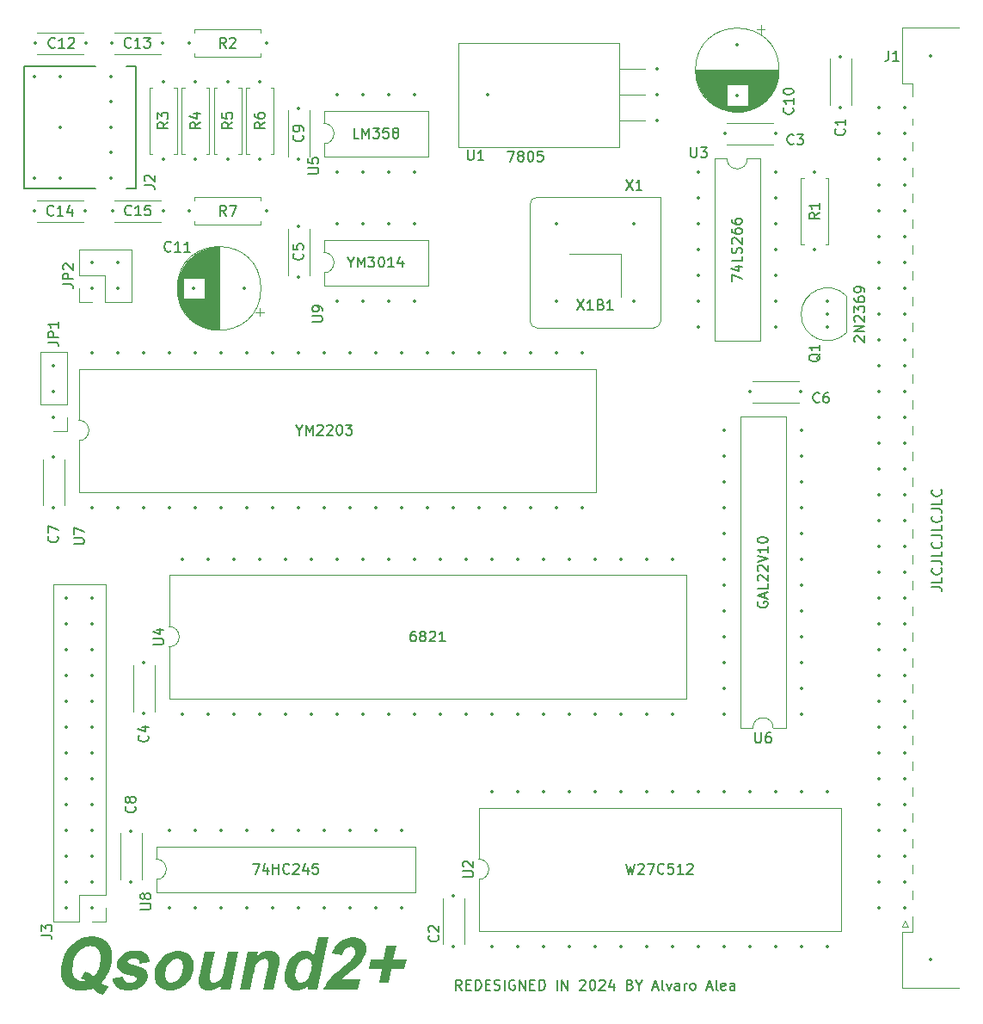
<source format=gbr>
%TF.GenerationSoftware,KiCad,Pcbnew,8.0.6+1*%
%TF.CreationDate,2024-11-10T20:36:51+01:00*%
%TF.ProjectId,QL_Qsound2,514c5f51-736f-4756-9e64-322e6b696361,1*%
%TF.SameCoordinates,Original*%
%TF.FileFunction,Legend,Top*%
%TF.FilePolarity,Positive*%
%FSLAX46Y46*%
G04 Gerber Fmt 4.6, Leading zero omitted, Abs format (unit mm)*
G04 Created by KiCad (PCBNEW 8.0.6+1) date 2024-11-10 20:36:51*
%MOMM*%
%LPD*%
G01*
G04 APERTURE LIST*
%ADD10C,0.150000*%
%ADD11C,1.000000*%
%ADD12C,0.120000*%
%ADD13C,0.203200*%
%ADD14C,0.350000*%
G04 APERTURE END LIST*
D10*
X146877141Y-140154819D02*
X146543808Y-139678628D01*
X146305713Y-140154819D02*
X146305713Y-139154819D01*
X146305713Y-139154819D02*
X146686665Y-139154819D01*
X146686665Y-139154819D02*
X146781903Y-139202438D01*
X146781903Y-139202438D02*
X146829522Y-139250057D01*
X146829522Y-139250057D02*
X146877141Y-139345295D01*
X146877141Y-139345295D02*
X146877141Y-139488152D01*
X146877141Y-139488152D02*
X146829522Y-139583390D01*
X146829522Y-139583390D02*
X146781903Y-139631009D01*
X146781903Y-139631009D02*
X146686665Y-139678628D01*
X146686665Y-139678628D02*
X146305713Y-139678628D01*
X147305713Y-139631009D02*
X147639046Y-139631009D01*
X147781903Y-140154819D02*
X147305713Y-140154819D01*
X147305713Y-140154819D02*
X147305713Y-139154819D01*
X147305713Y-139154819D02*
X147781903Y-139154819D01*
X148210475Y-140154819D02*
X148210475Y-139154819D01*
X148210475Y-139154819D02*
X148448570Y-139154819D01*
X148448570Y-139154819D02*
X148591427Y-139202438D01*
X148591427Y-139202438D02*
X148686665Y-139297676D01*
X148686665Y-139297676D02*
X148734284Y-139392914D01*
X148734284Y-139392914D02*
X148781903Y-139583390D01*
X148781903Y-139583390D02*
X148781903Y-139726247D01*
X148781903Y-139726247D02*
X148734284Y-139916723D01*
X148734284Y-139916723D02*
X148686665Y-140011961D01*
X148686665Y-140011961D02*
X148591427Y-140107200D01*
X148591427Y-140107200D02*
X148448570Y-140154819D01*
X148448570Y-140154819D02*
X148210475Y-140154819D01*
X149210475Y-139631009D02*
X149543808Y-139631009D01*
X149686665Y-140154819D02*
X149210475Y-140154819D01*
X149210475Y-140154819D02*
X149210475Y-139154819D01*
X149210475Y-139154819D02*
X149686665Y-139154819D01*
X150067618Y-140107200D02*
X150210475Y-140154819D01*
X150210475Y-140154819D02*
X150448570Y-140154819D01*
X150448570Y-140154819D02*
X150543808Y-140107200D01*
X150543808Y-140107200D02*
X150591427Y-140059580D01*
X150591427Y-140059580D02*
X150639046Y-139964342D01*
X150639046Y-139964342D02*
X150639046Y-139869104D01*
X150639046Y-139869104D02*
X150591427Y-139773866D01*
X150591427Y-139773866D02*
X150543808Y-139726247D01*
X150543808Y-139726247D02*
X150448570Y-139678628D01*
X150448570Y-139678628D02*
X150258094Y-139631009D01*
X150258094Y-139631009D02*
X150162856Y-139583390D01*
X150162856Y-139583390D02*
X150115237Y-139535771D01*
X150115237Y-139535771D02*
X150067618Y-139440533D01*
X150067618Y-139440533D02*
X150067618Y-139345295D01*
X150067618Y-139345295D02*
X150115237Y-139250057D01*
X150115237Y-139250057D02*
X150162856Y-139202438D01*
X150162856Y-139202438D02*
X150258094Y-139154819D01*
X150258094Y-139154819D02*
X150496189Y-139154819D01*
X150496189Y-139154819D02*
X150639046Y-139202438D01*
X151067618Y-140154819D02*
X151067618Y-139154819D01*
X152067617Y-139202438D02*
X151972379Y-139154819D01*
X151972379Y-139154819D02*
X151829522Y-139154819D01*
X151829522Y-139154819D02*
X151686665Y-139202438D01*
X151686665Y-139202438D02*
X151591427Y-139297676D01*
X151591427Y-139297676D02*
X151543808Y-139392914D01*
X151543808Y-139392914D02*
X151496189Y-139583390D01*
X151496189Y-139583390D02*
X151496189Y-139726247D01*
X151496189Y-139726247D02*
X151543808Y-139916723D01*
X151543808Y-139916723D02*
X151591427Y-140011961D01*
X151591427Y-140011961D02*
X151686665Y-140107200D01*
X151686665Y-140107200D02*
X151829522Y-140154819D01*
X151829522Y-140154819D02*
X151924760Y-140154819D01*
X151924760Y-140154819D02*
X152067617Y-140107200D01*
X152067617Y-140107200D02*
X152115236Y-140059580D01*
X152115236Y-140059580D02*
X152115236Y-139726247D01*
X152115236Y-139726247D02*
X151924760Y-139726247D01*
X152543808Y-140154819D02*
X152543808Y-139154819D01*
X152543808Y-139154819D02*
X153115236Y-140154819D01*
X153115236Y-140154819D02*
X153115236Y-139154819D01*
X153591427Y-139631009D02*
X153924760Y-139631009D01*
X154067617Y-140154819D02*
X153591427Y-140154819D01*
X153591427Y-140154819D02*
X153591427Y-139154819D01*
X153591427Y-139154819D02*
X154067617Y-139154819D01*
X154496189Y-140154819D02*
X154496189Y-139154819D01*
X154496189Y-139154819D02*
X154734284Y-139154819D01*
X154734284Y-139154819D02*
X154877141Y-139202438D01*
X154877141Y-139202438D02*
X154972379Y-139297676D01*
X154972379Y-139297676D02*
X155019998Y-139392914D01*
X155019998Y-139392914D02*
X155067617Y-139583390D01*
X155067617Y-139583390D02*
X155067617Y-139726247D01*
X155067617Y-139726247D02*
X155019998Y-139916723D01*
X155019998Y-139916723D02*
X154972379Y-140011961D01*
X154972379Y-140011961D02*
X154877141Y-140107200D01*
X154877141Y-140107200D02*
X154734284Y-140154819D01*
X154734284Y-140154819D02*
X154496189Y-140154819D01*
X156258094Y-140154819D02*
X156258094Y-139154819D01*
X156734284Y-140154819D02*
X156734284Y-139154819D01*
X156734284Y-139154819D02*
X157305712Y-140154819D01*
X157305712Y-140154819D02*
X157305712Y-139154819D01*
X158496189Y-139250057D02*
X158543808Y-139202438D01*
X158543808Y-139202438D02*
X158639046Y-139154819D01*
X158639046Y-139154819D02*
X158877141Y-139154819D01*
X158877141Y-139154819D02*
X158972379Y-139202438D01*
X158972379Y-139202438D02*
X159019998Y-139250057D01*
X159019998Y-139250057D02*
X159067617Y-139345295D01*
X159067617Y-139345295D02*
X159067617Y-139440533D01*
X159067617Y-139440533D02*
X159019998Y-139583390D01*
X159019998Y-139583390D02*
X158448570Y-140154819D01*
X158448570Y-140154819D02*
X159067617Y-140154819D01*
X159686665Y-139154819D02*
X159781903Y-139154819D01*
X159781903Y-139154819D02*
X159877141Y-139202438D01*
X159877141Y-139202438D02*
X159924760Y-139250057D01*
X159924760Y-139250057D02*
X159972379Y-139345295D01*
X159972379Y-139345295D02*
X160019998Y-139535771D01*
X160019998Y-139535771D02*
X160019998Y-139773866D01*
X160019998Y-139773866D02*
X159972379Y-139964342D01*
X159972379Y-139964342D02*
X159924760Y-140059580D01*
X159924760Y-140059580D02*
X159877141Y-140107200D01*
X159877141Y-140107200D02*
X159781903Y-140154819D01*
X159781903Y-140154819D02*
X159686665Y-140154819D01*
X159686665Y-140154819D02*
X159591427Y-140107200D01*
X159591427Y-140107200D02*
X159543808Y-140059580D01*
X159543808Y-140059580D02*
X159496189Y-139964342D01*
X159496189Y-139964342D02*
X159448570Y-139773866D01*
X159448570Y-139773866D02*
X159448570Y-139535771D01*
X159448570Y-139535771D02*
X159496189Y-139345295D01*
X159496189Y-139345295D02*
X159543808Y-139250057D01*
X159543808Y-139250057D02*
X159591427Y-139202438D01*
X159591427Y-139202438D02*
X159686665Y-139154819D01*
X160400951Y-139250057D02*
X160448570Y-139202438D01*
X160448570Y-139202438D02*
X160543808Y-139154819D01*
X160543808Y-139154819D02*
X160781903Y-139154819D01*
X160781903Y-139154819D02*
X160877141Y-139202438D01*
X160877141Y-139202438D02*
X160924760Y-139250057D01*
X160924760Y-139250057D02*
X160972379Y-139345295D01*
X160972379Y-139345295D02*
X160972379Y-139440533D01*
X160972379Y-139440533D02*
X160924760Y-139583390D01*
X160924760Y-139583390D02*
X160353332Y-140154819D01*
X160353332Y-140154819D02*
X160972379Y-140154819D01*
X161829522Y-139488152D02*
X161829522Y-140154819D01*
X161591427Y-139107200D02*
X161353332Y-139821485D01*
X161353332Y-139821485D02*
X161972379Y-139821485D01*
X163448570Y-139631009D02*
X163591427Y-139678628D01*
X163591427Y-139678628D02*
X163639046Y-139726247D01*
X163639046Y-139726247D02*
X163686665Y-139821485D01*
X163686665Y-139821485D02*
X163686665Y-139964342D01*
X163686665Y-139964342D02*
X163639046Y-140059580D01*
X163639046Y-140059580D02*
X163591427Y-140107200D01*
X163591427Y-140107200D02*
X163496189Y-140154819D01*
X163496189Y-140154819D02*
X163115237Y-140154819D01*
X163115237Y-140154819D02*
X163115237Y-139154819D01*
X163115237Y-139154819D02*
X163448570Y-139154819D01*
X163448570Y-139154819D02*
X163543808Y-139202438D01*
X163543808Y-139202438D02*
X163591427Y-139250057D01*
X163591427Y-139250057D02*
X163639046Y-139345295D01*
X163639046Y-139345295D02*
X163639046Y-139440533D01*
X163639046Y-139440533D02*
X163591427Y-139535771D01*
X163591427Y-139535771D02*
X163543808Y-139583390D01*
X163543808Y-139583390D02*
X163448570Y-139631009D01*
X163448570Y-139631009D02*
X163115237Y-139631009D01*
X164305713Y-139678628D02*
X164305713Y-140154819D01*
X163972380Y-139154819D02*
X164305713Y-139678628D01*
X164305713Y-139678628D02*
X164639046Y-139154819D01*
X165686666Y-139869104D02*
X166162856Y-139869104D01*
X165591428Y-140154819D02*
X165924761Y-139154819D01*
X165924761Y-139154819D02*
X166258094Y-140154819D01*
X166734285Y-140154819D02*
X166639047Y-140107200D01*
X166639047Y-140107200D02*
X166591428Y-140011961D01*
X166591428Y-140011961D02*
X166591428Y-139154819D01*
X167020000Y-139488152D02*
X167258095Y-140154819D01*
X167258095Y-140154819D02*
X167496190Y-139488152D01*
X168305714Y-140154819D02*
X168305714Y-139631009D01*
X168305714Y-139631009D02*
X168258095Y-139535771D01*
X168258095Y-139535771D02*
X168162857Y-139488152D01*
X168162857Y-139488152D02*
X167972381Y-139488152D01*
X167972381Y-139488152D02*
X167877143Y-139535771D01*
X168305714Y-140107200D02*
X168210476Y-140154819D01*
X168210476Y-140154819D02*
X167972381Y-140154819D01*
X167972381Y-140154819D02*
X167877143Y-140107200D01*
X167877143Y-140107200D02*
X167829524Y-140011961D01*
X167829524Y-140011961D02*
X167829524Y-139916723D01*
X167829524Y-139916723D02*
X167877143Y-139821485D01*
X167877143Y-139821485D02*
X167972381Y-139773866D01*
X167972381Y-139773866D02*
X168210476Y-139773866D01*
X168210476Y-139773866D02*
X168305714Y-139726247D01*
X168781905Y-140154819D02*
X168781905Y-139488152D01*
X168781905Y-139678628D02*
X168829524Y-139583390D01*
X168829524Y-139583390D02*
X168877143Y-139535771D01*
X168877143Y-139535771D02*
X168972381Y-139488152D01*
X168972381Y-139488152D02*
X169067619Y-139488152D01*
X169543810Y-140154819D02*
X169448572Y-140107200D01*
X169448572Y-140107200D02*
X169400953Y-140059580D01*
X169400953Y-140059580D02*
X169353334Y-139964342D01*
X169353334Y-139964342D02*
X169353334Y-139678628D01*
X169353334Y-139678628D02*
X169400953Y-139583390D01*
X169400953Y-139583390D02*
X169448572Y-139535771D01*
X169448572Y-139535771D02*
X169543810Y-139488152D01*
X169543810Y-139488152D02*
X169686667Y-139488152D01*
X169686667Y-139488152D02*
X169781905Y-139535771D01*
X169781905Y-139535771D02*
X169829524Y-139583390D01*
X169829524Y-139583390D02*
X169877143Y-139678628D01*
X169877143Y-139678628D02*
X169877143Y-139964342D01*
X169877143Y-139964342D02*
X169829524Y-140059580D01*
X169829524Y-140059580D02*
X169781905Y-140107200D01*
X169781905Y-140107200D02*
X169686667Y-140154819D01*
X169686667Y-140154819D02*
X169543810Y-140154819D01*
X171020001Y-139869104D02*
X171496191Y-139869104D01*
X170924763Y-140154819D02*
X171258096Y-139154819D01*
X171258096Y-139154819D02*
X171591429Y-140154819D01*
X172067620Y-140154819D02*
X171972382Y-140107200D01*
X171972382Y-140107200D02*
X171924763Y-140011961D01*
X171924763Y-140011961D02*
X171924763Y-139154819D01*
X172829525Y-140107200D02*
X172734287Y-140154819D01*
X172734287Y-140154819D02*
X172543811Y-140154819D01*
X172543811Y-140154819D02*
X172448573Y-140107200D01*
X172448573Y-140107200D02*
X172400954Y-140011961D01*
X172400954Y-140011961D02*
X172400954Y-139631009D01*
X172400954Y-139631009D02*
X172448573Y-139535771D01*
X172448573Y-139535771D02*
X172543811Y-139488152D01*
X172543811Y-139488152D02*
X172734287Y-139488152D01*
X172734287Y-139488152D02*
X172829525Y-139535771D01*
X172829525Y-139535771D02*
X172877144Y-139631009D01*
X172877144Y-139631009D02*
X172877144Y-139726247D01*
X172877144Y-139726247D02*
X172400954Y-139821485D01*
X173734287Y-140154819D02*
X173734287Y-139631009D01*
X173734287Y-139631009D02*
X173686668Y-139535771D01*
X173686668Y-139535771D02*
X173591430Y-139488152D01*
X173591430Y-139488152D02*
X173400954Y-139488152D01*
X173400954Y-139488152D02*
X173305716Y-139535771D01*
X173734287Y-140107200D02*
X173639049Y-140154819D01*
X173639049Y-140154819D02*
X173400954Y-140154819D01*
X173400954Y-140154819D02*
X173305716Y-140107200D01*
X173305716Y-140107200D02*
X173258097Y-140011961D01*
X173258097Y-140011961D02*
X173258097Y-139916723D01*
X173258097Y-139916723D02*
X173305716Y-139821485D01*
X173305716Y-139821485D02*
X173400954Y-139773866D01*
X173400954Y-139773866D02*
X173639049Y-139773866D01*
X173639049Y-139773866D02*
X173734287Y-139726247D01*
D11*
G36*
X110755802Y-134894424D02*
G01*
X111006151Y-134927397D01*
X111292468Y-134999525D01*
X111549210Y-135105999D01*
X111776375Y-135246820D01*
X111973963Y-135421988D01*
X112110739Y-135586852D01*
X112251066Y-135819765D01*
X112353766Y-136079631D01*
X112418839Y-136366450D01*
X112443808Y-136615310D01*
X112444695Y-136881420D01*
X112421501Y-137164780D01*
X112374227Y-137465390D01*
X112358646Y-137543237D01*
X112302203Y-137784995D01*
X112223329Y-138053046D01*
X112130431Y-138306019D01*
X112023508Y-138543916D01*
X111938548Y-138704612D01*
X111806914Y-138916553D01*
X111655188Y-139119606D01*
X111483369Y-139313772D01*
X111379232Y-139417801D01*
X111586636Y-139572770D01*
X111808744Y-139701379D01*
X112035968Y-139807135D01*
X112089979Y-139829351D01*
X111530662Y-140595052D01*
X111300158Y-140512315D01*
X111092247Y-140408206D01*
X110894023Y-140263263D01*
X110683339Y-140102693D01*
X110534152Y-139988108D01*
X110271514Y-140080005D01*
X110033567Y-140138876D01*
X109788023Y-140177645D01*
X109534882Y-140196311D01*
X109424068Y-140198157D01*
X109145307Y-140187185D01*
X108886657Y-140154270D01*
X108648120Y-140099411D01*
X108378230Y-139999978D01*
X108139766Y-139866259D01*
X107932726Y-139698252D01*
X107757110Y-139495959D01*
X107616432Y-139262545D01*
X107513440Y-139001940D01*
X107448134Y-138714143D01*
X107423022Y-138464329D01*
X107422030Y-138197112D01*
X107431182Y-138084475D01*
X108540976Y-138084475D01*
X108547874Y-138338383D01*
X108596619Y-138594779D01*
X108705994Y-138835282D01*
X108883459Y-139040718D01*
X109105360Y-139178920D01*
X109371696Y-139249889D01*
X109538862Y-139260265D01*
X109783286Y-139241217D01*
X109866147Y-139219965D01*
X109637170Y-139112498D01*
X109396273Y-139028778D01*
X109333698Y-139009916D01*
X109789211Y-138313824D01*
X110026279Y-138411979D01*
X110246556Y-138526926D01*
X110474295Y-138676312D01*
X110636734Y-138807194D01*
X110798747Y-138622328D01*
X110934703Y-138415905D01*
X111007983Y-138279630D01*
X111110845Y-138044061D01*
X111189079Y-137810122D01*
X111252763Y-137557340D01*
X111258332Y-137531025D01*
X111303340Y-137270629D01*
X111328070Y-136987040D01*
X111320857Y-136734964D01*
X111272070Y-136480705D01*
X111163077Y-136242644D01*
X110983787Y-136038979D01*
X110755039Y-135901968D01*
X110510185Y-135836137D01*
X110300900Y-135821325D01*
X110048143Y-135841720D01*
X109808125Y-135902903D01*
X109580847Y-136004876D01*
X109366308Y-136147638D01*
X109249434Y-136247529D01*
X109061985Y-136454914D01*
X108922709Y-136665974D01*
X108803183Y-136907774D01*
X108703406Y-137180315D01*
X108635345Y-137430914D01*
X108611960Y-137537131D01*
X108566278Y-137799054D01*
X108540976Y-138084475D01*
X107431182Y-138084475D01*
X107445157Y-137912493D01*
X107492403Y-137610471D01*
X107507983Y-137532247D01*
X107581427Y-137227954D01*
X107671702Y-136940950D01*
X107778806Y-136671233D01*
X107902740Y-136418804D01*
X108043504Y-136183663D01*
X108201098Y-135965810D01*
X108375522Y-135765245D01*
X108566775Y-135581967D01*
X108771482Y-135418248D01*
X108986263Y-135276359D01*
X109211119Y-135156298D01*
X109446050Y-135058066D01*
X109691056Y-134981664D01*
X109946137Y-134927091D01*
X110211293Y-134894347D01*
X110486524Y-134883433D01*
X110755802Y-134894424D01*
G37*
G36*
X112492979Y-139031898D02*
G01*
X113551772Y-138863370D01*
X113592072Y-139117383D01*
X113700760Y-139288353D01*
X113932428Y-139395418D01*
X114162379Y-139416580D01*
X114406870Y-139398033D01*
X114653075Y-139322685D01*
X114720474Y-139284689D01*
X114872210Y-139087406D01*
X114881674Y-139051437D01*
X114860914Y-138902449D01*
X114629954Y-138799420D01*
X114589804Y-138788876D01*
X114328617Y-138724495D01*
X114038626Y-138645844D01*
X113789184Y-138569220D01*
X113543376Y-138479947D01*
X113306461Y-138365458D01*
X113226929Y-138310160D01*
X113052416Y-138115372D01*
X112956149Y-137882716D01*
X112938127Y-137612193D01*
X112961926Y-137445540D01*
X113034053Y-137210533D01*
X113166471Y-136969688D01*
X113329751Y-136776526D01*
X113507808Y-136623663D01*
X113718474Y-136493758D01*
X113961513Y-136395759D01*
X114236927Y-136329667D01*
X114498763Y-136298411D01*
X114735129Y-136290272D01*
X115000156Y-136299631D01*
X115270828Y-136334209D01*
X115529363Y-136404925D01*
X115755439Y-136524258D01*
X115796364Y-136556496D01*
X115965736Y-136751151D01*
X116071062Y-136974673D01*
X116131759Y-137243983D01*
X116144410Y-137378374D01*
X115143014Y-137548122D01*
X115095101Y-137306966D01*
X115008681Y-137182979D01*
X114779474Y-137084980D01*
X114605680Y-137071849D01*
X114360846Y-137085931D01*
X114116145Y-137148518D01*
X114069567Y-137171988D01*
X113938897Y-137342958D01*
X113985303Y-137480956D01*
X114214961Y-137584461D01*
X114483101Y-137664596D01*
X114759240Y-137736273D01*
X114803517Y-137747180D01*
X115056852Y-137815802D01*
X115310953Y-137903783D01*
X115546685Y-138014780D01*
X115759348Y-138169197D01*
X115775603Y-138185596D01*
X115909635Y-138397788D01*
X115959105Y-138659909D01*
X115936683Y-138911509D01*
X115930697Y-138941528D01*
X115853227Y-139190198D01*
X115727060Y-139420854D01*
X115552197Y-139633498D01*
X115359247Y-139804786D01*
X115328639Y-139828129D01*
X115096410Y-139972310D01*
X114833560Y-140081078D01*
X114583889Y-140146122D01*
X114311720Y-140185148D01*
X114067728Y-140197796D01*
X114017055Y-140198157D01*
X113751083Y-140187467D01*
X113473449Y-140147972D01*
X113230993Y-140079375D01*
X112996978Y-139965344D01*
X112897201Y-139894075D01*
X112713651Y-139702936D01*
X112584775Y-139471611D01*
X112516120Y-139232253D01*
X112492979Y-139031898D01*
G37*
G36*
X119196145Y-136303808D02*
G01*
X119468400Y-136355786D01*
X119711631Y-136446747D01*
X119925840Y-136576692D01*
X120111026Y-136745620D01*
X120192735Y-136844703D01*
X120328075Y-137062790D01*
X120421770Y-137301227D01*
X120473819Y-137560015D01*
X120484224Y-137839153D01*
X120461081Y-138087313D01*
X120433314Y-138242993D01*
X120367203Y-138499341D01*
X120278015Y-138741735D01*
X120165750Y-138970176D01*
X120030409Y-139184664D01*
X119871991Y-139385198D01*
X119690496Y-139571779D01*
X119611437Y-139642505D01*
X119405620Y-139802580D01*
X119191931Y-139935525D01*
X118970371Y-140041337D01*
X118694110Y-140132499D01*
X118406514Y-140184591D01*
X118158192Y-140198157D01*
X117913033Y-140183579D01*
X117651097Y-140132327D01*
X117403844Y-140044174D01*
X117247166Y-139964905D01*
X117038006Y-139815819D01*
X116870770Y-139632344D01*
X116745458Y-139414479D01*
X116693956Y-139278583D01*
X116635417Y-139009348D01*
X116622230Y-138782463D01*
X117674880Y-138782463D01*
X117727831Y-139021602D01*
X117775952Y-139121046D01*
X117947842Y-139312393D01*
X118175761Y-139406190D01*
X118299853Y-139416580D01*
X118557854Y-139374162D01*
X118782587Y-139260752D01*
X118958087Y-139114940D01*
X119115824Y-138922363D01*
X119244195Y-138685349D01*
X119333649Y-138437367D01*
X119385512Y-138228339D01*
X119425812Y-137963030D01*
X119427358Y-137704700D01*
X119366278Y-137446685D01*
X119326894Y-137368604D01*
X119155795Y-137176467D01*
X118928263Y-137082282D01*
X118804214Y-137071849D01*
X118545870Y-137114439D01*
X118320219Y-137228307D01*
X118143538Y-137374710D01*
X117985897Y-137566117D01*
X117857816Y-137800995D01*
X117768782Y-138046268D01*
X117717334Y-138252763D01*
X117676576Y-138521354D01*
X117674880Y-138782463D01*
X116622230Y-138782463D01*
X116620037Y-138744726D01*
X116634880Y-138493647D01*
X116676137Y-138224336D01*
X116684187Y-138184375D01*
X116749750Y-137940895D01*
X116843860Y-137701385D01*
X116966516Y-137465843D01*
X117117718Y-137234270D01*
X117292657Y-137018268D01*
X117486524Y-136829438D01*
X117699321Y-136667780D01*
X117931046Y-136533293D01*
X118175900Y-136426971D01*
X118426859Y-136351027D01*
X118683925Y-136305461D01*
X118947096Y-136290272D01*
X119196145Y-136303808D01*
G37*
G36*
X123122428Y-140120000D02*
G01*
X123215240Y-139673035D01*
X123019500Y-139843570D01*
X122800311Y-139974974D01*
X122692561Y-140028408D01*
X122445434Y-140125053D01*
X122197730Y-140181580D01*
X121972044Y-140198157D01*
X121709464Y-140174286D01*
X121458723Y-140094551D01*
X121338234Y-140028408D01*
X121145191Y-139853932D01*
X121025546Y-139627564D01*
X121004842Y-139553356D01*
X120977880Y-139292551D01*
X120993980Y-139027986D01*
X121032105Y-138785422D01*
X121045143Y-138720488D01*
X121533628Y-136368429D01*
X122557006Y-136368429D01*
X122193084Y-138122093D01*
X122138816Y-138391886D01*
X122091132Y-138652381D01*
X122054552Y-138901438D01*
X122046538Y-139064870D01*
X122134734Y-139292975D01*
X122164996Y-139323768D01*
X122396125Y-139413317D01*
X122466636Y-139416580D01*
X122720114Y-139374849D01*
X122908715Y-139284689D01*
X123104239Y-139125335D01*
X123228674Y-138954961D01*
X123318834Y-138722949D01*
X123387527Y-138475348D01*
X123453269Y-138197714D01*
X123503447Y-137964556D01*
X123834396Y-136368429D01*
X124857773Y-136368429D01*
X124078639Y-140120000D01*
X123122428Y-140120000D01*
G37*
G36*
X128373649Y-140120000D02*
G01*
X127350272Y-140120000D01*
X127754494Y-138177048D01*
X127801502Y-137936888D01*
X127841505Y-137688562D01*
X127858034Y-137437450D01*
X127855854Y-137415010D01*
X127759641Y-137189191D01*
X127728848Y-137159776D01*
X127490826Y-137073223D01*
X127447969Y-137071849D01*
X127203403Y-137109761D01*
X126997341Y-137206182D01*
X126807137Y-137362192D01*
X126666392Y-137563998D01*
X126569912Y-137811468D01*
X126500521Y-138058828D01*
X126437056Y-138330930D01*
X126420928Y-138406636D01*
X126065554Y-140120000D01*
X125042177Y-140120000D01*
X125821311Y-136368429D01*
X126777522Y-136368429D01*
X126684710Y-136820279D01*
X126884149Y-136640159D01*
X127098702Y-136497306D01*
X127328366Y-136391718D01*
X127573143Y-136323397D01*
X127833033Y-136292342D01*
X127923021Y-136290272D01*
X128171871Y-136310225D01*
X128410561Y-136376342D01*
X128488443Y-136411172D01*
X128695744Y-136549169D01*
X128831605Y-136721360D01*
X128917959Y-136962069D01*
X128937850Y-137145122D01*
X128922376Y-137407873D01*
X128884083Y-137655131D01*
X128853586Y-137809462D01*
X128373649Y-140120000D01*
G37*
G36*
X132674766Y-140120000D02*
G01*
X131718555Y-140120000D01*
X131810146Y-139677920D01*
X131613965Y-139852029D01*
X131402275Y-139984149D01*
X131281360Y-140044284D01*
X131033091Y-140138051D01*
X130792035Y-140188540D01*
X130635338Y-140198157D01*
X130371002Y-140173088D01*
X130134716Y-140097879D01*
X129899022Y-139950532D01*
X129722843Y-139767883D01*
X129655924Y-139674256D01*
X129531445Y-139425290D01*
X129465585Y-139181285D01*
X129437421Y-138909031D01*
X129441913Y-138699422D01*
X130487266Y-138699422D01*
X130504018Y-138956243D01*
X130529092Y-139046552D01*
X130665792Y-139272038D01*
X130892952Y-139398874D01*
X131049330Y-139416580D01*
X131295528Y-139369216D01*
X131514202Y-139241418D01*
X131637955Y-139129595D01*
X131797881Y-138921607D01*
X131915100Y-138685473D01*
X131998047Y-138436651D01*
X132039734Y-138262533D01*
X132084297Y-137998673D01*
X132101737Y-137740481D01*
X132073306Y-137482786D01*
X132020195Y-137345401D01*
X131854968Y-137158402D01*
X131624293Y-137076123D01*
X131546364Y-137071849D01*
X131293452Y-137117600D01*
X131072517Y-137241048D01*
X130949190Y-137349064D01*
X130791792Y-137549110D01*
X130677256Y-137776259D01*
X130597019Y-138015636D01*
X130557180Y-138183154D01*
X130512843Y-138429833D01*
X130487266Y-138699422D01*
X129441913Y-138699422D01*
X129442746Y-138660572D01*
X129474248Y-138392495D01*
X129505715Y-138222233D01*
X129575475Y-137938235D01*
X129661873Y-137676240D01*
X129764907Y-137436249D01*
X129884577Y-137218261D01*
X130050143Y-136985720D01*
X130239665Y-136784863D01*
X130446088Y-136616780D01*
X130661441Y-136483472D01*
X130885725Y-136384940D01*
X131158676Y-136313939D01*
X131402308Y-136290755D01*
X131443782Y-136290272D01*
X131698943Y-136311660D01*
X131952059Y-136388482D01*
X132164111Y-136521174D01*
X132335100Y-136709737D01*
X132353586Y-136737236D01*
X132723614Y-134961591D01*
X133746992Y-134961591D01*
X132674766Y-140120000D01*
G37*
G36*
X136874521Y-139103949D02*
G01*
X136663251Y-140120000D01*
X133268276Y-140120000D01*
X133354804Y-139879314D01*
X133459448Y-139648797D01*
X133582208Y-139428448D01*
X133723083Y-139218266D01*
X133811716Y-139102728D01*
X134000050Y-138888940D01*
X134206130Y-138683462D01*
X134409348Y-138496553D01*
X134641188Y-138295392D01*
X134847268Y-138124203D01*
X135071666Y-137943892D01*
X135130628Y-137897390D01*
X135354370Y-137719139D01*
X135550086Y-137559910D01*
X135747951Y-137393944D01*
X135948994Y-137215265D01*
X136078290Y-137085282D01*
X136227054Y-136887455D01*
X136344820Y-136656636D01*
X136386036Y-136516196D01*
X136404515Y-136265072D01*
X136326196Y-136057020D01*
X136112007Y-135921637D01*
X135924417Y-135899483D01*
X135678266Y-135937318D01*
X135453562Y-136061081D01*
X135440816Y-136071674D01*
X135279329Y-136273766D01*
X135174749Y-136504704D01*
X135118415Y-136684724D01*
X134117020Y-136580921D01*
X134208384Y-136316911D01*
X134312271Y-136078243D01*
X134453464Y-135825294D01*
X134612690Y-135608839D01*
X134789947Y-135428877D01*
X134918136Y-135329176D01*
X135157085Y-135185947D01*
X135410176Y-135077897D01*
X135677408Y-135005026D01*
X135958783Y-134967334D01*
X136125917Y-134961591D01*
X136392018Y-134976145D01*
X136666655Y-135029915D01*
X136902724Y-135123306D01*
X137125290Y-135278553D01*
X137217683Y-135375582D01*
X137360870Y-135595095D01*
X137444829Y-135839644D01*
X137469558Y-136109227D01*
X137442610Y-136365648D01*
X137435059Y-136403845D01*
X137365793Y-136658239D01*
X137264241Y-136903016D01*
X137178604Y-137060858D01*
X137033671Y-137277431D01*
X136871860Y-137480077D01*
X136701758Y-137667148D01*
X136660809Y-137709323D01*
X136472598Y-137886606D01*
X136263437Y-138065574D01*
X136066429Y-138225875D01*
X135907320Y-138351681D01*
X135692363Y-138520489D01*
X135492065Y-138680640D01*
X135295668Y-138843769D01*
X135227103Y-138904891D01*
X135053834Y-139077603D01*
X135031709Y-139103949D01*
X136874521Y-139103949D01*
G37*
G36*
X138718555Y-139416580D02*
G01*
X138994549Y-138087899D01*
X137704947Y-138087899D01*
X137899120Y-137150006D01*
X139188722Y-137150006D01*
X139465938Y-135821325D01*
X140405052Y-135821325D01*
X140127836Y-137150006D01*
X141422323Y-137150006D01*
X141228150Y-138087899D01*
X139933663Y-138087899D01*
X139657669Y-139416580D01*
X138718555Y-139416580D01*
G37*
D10*
X193129819Y-100504048D02*
X193844104Y-100504048D01*
X193844104Y-100504048D02*
X193986961Y-100551667D01*
X193986961Y-100551667D02*
X194082200Y-100646905D01*
X194082200Y-100646905D02*
X194129819Y-100789762D01*
X194129819Y-100789762D02*
X194129819Y-100885000D01*
X194129819Y-99551667D02*
X194129819Y-100027857D01*
X194129819Y-100027857D02*
X193129819Y-100027857D01*
X194034580Y-98646905D02*
X194082200Y-98694524D01*
X194082200Y-98694524D02*
X194129819Y-98837381D01*
X194129819Y-98837381D02*
X194129819Y-98932619D01*
X194129819Y-98932619D02*
X194082200Y-99075476D01*
X194082200Y-99075476D02*
X193986961Y-99170714D01*
X193986961Y-99170714D02*
X193891723Y-99218333D01*
X193891723Y-99218333D02*
X193701247Y-99265952D01*
X193701247Y-99265952D02*
X193558390Y-99265952D01*
X193558390Y-99265952D02*
X193367914Y-99218333D01*
X193367914Y-99218333D02*
X193272676Y-99170714D01*
X193272676Y-99170714D02*
X193177438Y-99075476D01*
X193177438Y-99075476D02*
X193129819Y-98932619D01*
X193129819Y-98932619D02*
X193129819Y-98837381D01*
X193129819Y-98837381D02*
X193177438Y-98694524D01*
X193177438Y-98694524D02*
X193225057Y-98646905D01*
X193129819Y-97932619D02*
X193844104Y-97932619D01*
X193844104Y-97932619D02*
X193986961Y-97980238D01*
X193986961Y-97980238D02*
X194082200Y-98075476D01*
X194082200Y-98075476D02*
X194129819Y-98218333D01*
X194129819Y-98218333D02*
X194129819Y-98313571D01*
X194129819Y-96980238D02*
X194129819Y-97456428D01*
X194129819Y-97456428D02*
X193129819Y-97456428D01*
X194034580Y-96075476D02*
X194082200Y-96123095D01*
X194082200Y-96123095D02*
X194129819Y-96265952D01*
X194129819Y-96265952D02*
X194129819Y-96361190D01*
X194129819Y-96361190D02*
X194082200Y-96504047D01*
X194082200Y-96504047D02*
X193986961Y-96599285D01*
X193986961Y-96599285D02*
X193891723Y-96646904D01*
X193891723Y-96646904D02*
X193701247Y-96694523D01*
X193701247Y-96694523D02*
X193558390Y-96694523D01*
X193558390Y-96694523D02*
X193367914Y-96646904D01*
X193367914Y-96646904D02*
X193272676Y-96599285D01*
X193272676Y-96599285D02*
X193177438Y-96504047D01*
X193177438Y-96504047D02*
X193129819Y-96361190D01*
X193129819Y-96361190D02*
X193129819Y-96265952D01*
X193129819Y-96265952D02*
X193177438Y-96123095D01*
X193177438Y-96123095D02*
X193225057Y-96075476D01*
X193129819Y-95361190D02*
X193844104Y-95361190D01*
X193844104Y-95361190D02*
X193986961Y-95408809D01*
X193986961Y-95408809D02*
X194082200Y-95504047D01*
X194082200Y-95504047D02*
X194129819Y-95646904D01*
X194129819Y-95646904D02*
X194129819Y-95742142D01*
X194129819Y-94408809D02*
X194129819Y-94884999D01*
X194129819Y-94884999D02*
X193129819Y-94884999D01*
X194034580Y-93504047D02*
X194082200Y-93551666D01*
X194082200Y-93551666D02*
X194129819Y-93694523D01*
X194129819Y-93694523D02*
X194129819Y-93789761D01*
X194129819Y-93789761D02*
X194082200Y-93932618D01*
X194082200Y-93932618D02*
X193986961Y-94027856D01*
X193986961Y-94027856D02*
X193891723Y-94075475D01*
X193891723Y-94075475D02*
X193701247Y-94123094D01*
X193701247Y-94123094D02*
X193558390Y-94123094D01*
X193558390Y-94123094D02*
X193367914Y-94075475D01*
X193367914Y-94075475D02*
X193272676Y-94027856D01*
X193272676Y-94027856D02*
X193177438Y-93932618D01*
X193177438Y-93932618D02*
X193129819Y-93789761D01*
X193129819Y-93789761D02*
X193129819Y-93694523D01*
X193129819Y-93694523D02*
X193177438Y-93551666D01*
X193177438Y-93551666D02*
X193225057Y-93504047D01*
X193129819Y-92789761D02*
X193844104Y-92789761D01*
X193844104Y-92789761D02*
X193986961Y-92837380D01*
X193986961Y-92837380D02*
X194082200Y-92932618D01*
X194082200Y-92932618D02*
X194129819Y-93075475D01*
X194129819Y-93075475D02*
X194129819Y-93170713D01*
X194129819Y-91837380D02*
X194129819Y-92313570D01*
X194129819Y-92313570D02*
X193129819Y-92313570D01*
X194034580Y-90932618D02*
X194082200Y-90980237D01*
X194082200Y-90980237D02*
X194129819Y-91123094D01*
X194129819Y-91123094D02*
X194129819Y-91218332D01*
X194129819Y-91218332D02*
X194082200Y-91361189D01*
X194082200Y-91361189D02*
X193986961Y-91456427D01*
X193986961Y-91456427D02*
X193891723Y-91504046D01*
X193891723Y-91504046D02*
X193701247Y-91551665D01*
X193701247Y-91551665D02*
X193558390Y-91551665D01*
X193558390Y-91551665D02*
X193367914Y-91504046D01*
X193367914Y-91504046D02*
X193272676Y-91456427D01*
X193272676Y-91456427D02*
X193177438Y-91361189D01*
X193177438Y-91361189D02*
X193129819Y-91218332D01*
X193129819Y-91218332D02*
X193129819Y-91123094D01*
X193129819Y-91123094D02*
X193177438Y-90980237D01*
X193177438Y-90980237D02*
X193225057Y-90932618D01*
X132159819Y-74406904D02*
X132969342Y-74406904D01*
X132969342Y-74406904D02*
X133064580Y-74359285D01*
X133064580Y-74359285D02*
X133112200Y-74311666D01*
X133112200Y-74311666D02*
X133159819Y-74216428D01*
X133159819Y-74216428D02*
X133159819Y-74025952D01*
X133159819Y-74025952D02*
X133112200Y-73930714D01*
X133112200Y-73930714D02*
X133064580Y-73883095D01*
X133064580Y-73883095D02*
X132969342Y-73835476D01*
X132969342Y-73835476D02*
X132159819Y-73835476D01*
X133159819Y-73311666D02*
X133159819Y-73121190D01*
X133159819Y-73121190D02*
X133112200Y-73025952D01*
X133112200Y-73025952D02*
X133064580Y-72978333D01*
X133064580Y-72978333D02*
X132921723Y-72883095D01*
X132921723Y-72883095D02*
X132731247Y-72835476D01*
X132731247Y-72835476D02*
X132350295Y-72835476D01*
X132350295Y-72835476D02*
X132255057Y-72883095D01*
X132255057Y-72883095D02*
X132207438Y-72930714D01*
X132207438Y-72930714D02*
X132159819Y-73025952D01*
X132159819Y-73025952D02*
X132159819Y-73216428D01*
X132159819Y-73216428D02*
X132207438Y-73311666D01*
X132207438Y-73311666D02*
X132255057Y-73359285D01*
X132255057Y-73359285D02*
X132350295Y-73406904D01*
X132350295Y-73406904D02*
X132588390Y-73406904D01*
X132588390Y-73406904D02*
X132683628Y-73359285D01*
X132683628Y-73359285D02*
X132731247Y-73311666D01*
X132731247Y-73311666D02*
X132778866Y-73216428D01*
X132778866Y-73216428D02*
X132778866Y-73025952D01*
X132778866Y-73025952D02*
X132731247Y-72930714D01*
X132731247Y-72930714D02*
X132683628Y-72883095D01*
X132683628Y-72883095D02*
X132588390Y-72835476D01*
X135943809Y-68543628D02*
X135943809Y-69019819D01*
X135610476Y-68019819D02*
X135943809Y-68543628D01*
X135943809Y-68543628D02*
X136277142Y-68019819D01*
X136610476Y-69019819D02*
X136610476Y-68019819D01*
X136610476Y-68019819D02*
X136943809Y-68734104D01*
X136943809Y-68734104D02*
X137277142Y-68019819D01*
X137277142Y-68019819D02*
X137277142Y-69019819D01*
X137658095Y-68019819D02*
X138277142Y-68019819D01*
X138277142Y-68019819D02*
X137943809Y-68400771D01*
X137943809Y-68400771D02*
X138086666Y-68400771D01*
X138086666Y-68400771D02*
X138181904Y-68448390D01*
X138181904Y-68448390D02*
X138229523Y-68496009D01*
X138229523Y-68496009D02*
X138277142Y-68591247D01*
X138277142Y-68591247D02*
X138277142Y-68829342D01*
X138277142Y-68829342D02*
X138229523Y-68924580D01*
X138229523Y-68924580D02*
X138181904Y-68972200D01*
X138181904Y-68972200D02*
X138086666Y-69019819D01*
X138086666Y-69019819D02*
X137800952Y-69019819D01*
X137800952Y-69019819D02*
X137705714Y-68972200D01*
X137705714Y-68972200D02*
X137658095Y-68924580D01*
X138896190Y-68019819D02*
X138991428Y-68019819D01*
X138991428Y-68019819D02*
X139086666Y-68067438D01*
X139086666Y-68067438D02*
X139134285Y-68115057D01*
X139134285Y-68115057D02*
X139181904Y-68210295D01*
X139181904Y-68210295D02*
X139229523Y-68400771D01*
X139229523Y-68400771D02*
X139229523Y-68638866D01*
X139229523Y-68638866D02*
X139181904Y-68829342D01*
X139181904Y-68829342D02*
X139134285Y-68924580D01*
X139134285Y-68924580D02*
X139086666Y-68972200D01*
X139086666Y-68972200D02*
X138991428Y-69019819D01*
X138991428Y-69019819D02*
X138896190Y-69019819D01*
X138896190Y-69019819D02*
X138800952Y-68972200D01*
X138800952Y-68972200D02*
X138753333Y-68924580D01*
X138753333Y-68924580D02*
X138705714Y-68829342D01*
X138705714Y-68829342D02*
X138658095Y-68638866D01*
X138658095Y-68638866D02*
X138658095Y-68400771D01*
X138658095Y-68400771D02*
X138705714Y-68210295D01*
X138705714Y-68210295D02*
X138753333Y-68115057D01*
X138753333Y-68115057D02*
X138800952Y-68067438D01*
X138800952Y-68067438D02*
X138896190Y-68019819D01*
X140181904Y-69019819D02*
X139610476Y-69019819D01*
X139896190Y-69019819D02*
X139896190Y-68019819D01*
X139896190Y-68019819D02*
X139800952Y-68162676D01*
X139800952Y-68162676D02*
X139705714Y-68257914D01*
X139705714Y-68257914D02*
X139610476Y-68305533D01*
X141039047Y-68353152D02*
X141039047Y-69019819D01*
X140800952Y-67972200D02*
X140562857Y-68686485D01*
X140562857Y-68686485D02*
X141181904Y-68686485D01*
X108674819Y-96265904D02*
X109484342Y-96265904D01*
X109484342Y-96265904D02*
X109579580Y-96218285D01*
X109579580Y-96218285D02*
X109627200Y-96170666D01*
X109627200Y-96170666D02*
X109674819Y-96075428D01*
X109674819Y-96075428D02*
X109674819Y-95884952D01*
X109674819Y-95884952D02*
X109627200Y-95789714D01*
X109627200Y-95789714D02*
X109579580Y-95742095D01*
X109579580Y-95742095D02*
X109484342Y-95694476D01*
X109484342Y-95694476D02*
X108674819Y-95694476D01*
X108674819Y-95313523D02*
X108674819Y-94646857D01*
X108674819Y-94646857D02*
X109674819Y-95075428D01*
X130873809Y-85068628D02*
X130873809Y-85544819D01*
X130540476Y-84544819D02*
X130873809Y-85068628D01*
X130873809Y-85068628D02*
X131207142Y-84544819D01*
X131540476Y-85544819D02*
X131540476Y-84544819D01*
X131540476Y-84544819D02*
X131873809Y-85259104D01*
X131873809Y-85259104D02*
X132207142Y-84544819D01*
X132207142Y-84544819D02*
X132207142Y-85544819D01*
X132635714Y-84640057D02*
X132683333Y-84592438D01*
X132683333Y-84592438D02*
X132778571Y-84544819D01*
X132778571Y-84544819D02*
X133016666Y-84544819D01*
X133016666Y-84544819D02*
X133111904Y-84592438D01*
X133111904Y-84592438D02*
X133159523Y-84640057D01*
X133159523Y-84640057D02*
X133207142Y-84735295D01*
X133207142Y-84735295D02*
X133207142Y-84830533D01*
X133207142Y-84830533D02*
X133159523Y-84973390D01*
X133159523Y-84973390D02*
X132588095Y-85544819D01*
X132588095Y-85544819D02*
X133207142Y-85544819D01*
X133588095Y-84640057D02*
X133635714Y-84592438D01*
X133635714Y-84592438D02*
X133730952Y-84544819D01*
X133730952Y-84544819D02*
X133969047Y-84544819D01*
X133969047Y-84544819D02*
X134064285Y-84592438D01*
X134064285Y-84592438D02*
X134111904Y-84640057D01*
X134111904Y-84640057D02*
X134159523Y-84735295D01*
X134159523Y-84735295D02*
X134159523Y-84830533D01*
X134159523Y-84830533D02*
X134111904Y-84973390D01*
X134111904Y-84973390D02*
X133540476Y-85544819D01*
X133540476Y-85544819D02*
X134159523Y-85544819D01*
X134778571Y-84544819D02*
X134873809Y-84544819D01*
X134873809Y-84544819D02*
X134969047Y-84592438D01*
X134969047Y-84592438D02*
X135016666Y-84640057D01*
X135016666Y-84640057D02*
X135064285Y-84735295D01*
X135064285Y-84735295D02*
X135111904Y-84925771D01*
X135111904Y-84925771D02*
X135111904Y-85163866D01*
X135111904Y-85163866D02*
X135064285Y-85354342D01*
X135064285Y-85354342D02*
X135016666Y-85449580D01*
X135016666Y-85449580D02*
X134969047Y-85497200D01*
X134969047Y-85497200D02*
X134873809Y-85544819D01*
X134873809Y-85544819D02*
X134778571Y-85544819D01*
X134778571Y-85544819D02*
X134683333Y-85497200D01*
X134683333Y-85497200D02*
X134635714Y-85449580D01*
X134635714Y-85449580D02*
X134588095Y-85354342D01*
X134588095Y-85354342D02*
X134540476Y-85163866D01*
X134540476Y-85163866D02*
X134540476Y-84925771D01*
X134540476Y-84925771D02*
X134588095Y-84735295D01*
X134588095Y-84735295D02*
X134635714Y-84640057D01*
X134635714Y-84640057D02*
X134683333Y-84592438D01*
X134683333Y-84592438D02*
X134778571Y-84544819D01*
X135445238Y-84544819D02*
X136064285Y-84544819D01*
X136064285Y-84544819D02*
X135730952Y-84925771D01*
X135730952Y-84925771D02*
X135873809Y-84925771D01*
X135873809Y-84925771D02*
X135969047Y-84973390D01*
X135969047Y-84973390D02*
X136016666Y-85021009D01*
X136016666Y-85021009D02*
X136064285Y-85116247D01*
X136064285Y-85116247D02*
X136064285Y-85354342D01*
X136064285Y-85354342D02*
X136016666Y-85449580D01*
X136016666Y-85449580D02*
X135969047Y-85497200D01*
X135969047Y-85497200D02*
X135873809Y-85544819D01*
X135873809Y-85544819D02*
X135588095Y-85544819D01*
X135588095Y-85544819D02*
X135492857Y-85497200D01*
X135492857Y-85497200D02*
X135445238Y-85449580D01*
X184504580Y-55426666D02*
X184552200Y-55474285D01*
X184552200Y-55474285D02*
X184599819Y-55617142D01*
X184599819Y-55617142D02*
X184599819Y-55712380D01*
X184599819Y-55712380D02*
X184552200Y-55855237D01*
X184552200Y-55855237D02*
X184456961Y-55950475D01*
X184456961Y-55950475D02*
X184361723Y-55998094D01*
X184361723Y-55998094D02*
X184171247Y-56045713D01*
X184171247Y-56045713D02*
X184028390Y-56045713D01*
X184028390Y-56045713D02*
X183837914Y-55998094D01*
X183837914Y-55998094D02*
X183742676Y-55950475D01*
X183742676Y-55950475D02*
X183647438Y-55855237D01*
X183647438Y-55855237D02*
X183599819Y-55712380D01*
X183599819Y-55712380D02*
X183599819Y-55617142D01*
X183599819Y-55617142D02*
X183647438Y-55474285D01*
X183647438Y-55474285D02*
X183695057Y-55426666D01*
X184599819Y-54474285D02*
X184599819Y-55045713D01*
X184599819Y-54759999D02*
X183599819Y-54759999D01*
X183599819Y-54759999D02*
X183742676Y-54855237D01*
X183742676Y-54855237D02*
X183837914Y-54950475D01*
X183837914Y-54950475D02*
X183885533Y-55045713D01*
X182078333Y-82274580D02*
X182030714Y-82322200D01*
X182030714Y-82322200D02*
X181887857Y-82369819D01*
X181887857Y-82369819D02*
X181792619Y-82369819D01*
X181792619Y-82369819D02*
X181649762Y-82322200D01*
X181649762Y-82322200D02*
X181554524Y-82226961D01*
X181554524Y-82226961D02*
X181506905Y-82131723D01*
X181506905Y-82131723D02*
X181459286Y-81941247D01*
X181459286Y-81941247D02*
X181459286Y-81798390D01*
X181459286Y-81798390D02*
X181506905Y-81607914D01*
X181506905Y-81607914D02*
X181554524Y-81512676D01*
X181554524Y-81512676D02*
X181649762Y-81417438D01*
X181649762Y-81417438D02*
X181792619Y-81369819D01*
X181792619Y-81369819D02*
X181887857Y-81369819D01*
X181887857Y-81369819D02*
X182030714Y-81417438D01*
X182030714Y-81417438D02*
X182078333Y-81465057D01*
X182935476Y-81369819D02*
X182745000Y-81369819D01*
X182745000Y-81369819D02*
X182649762Y-81417438D01*
X182649762Y-81417438D02*
X182602143Y-81465057D01*
X182602143Y-81465057D02*
X182506905Y-81607914D01*
X182506905Y-81607914D02*
X182459286Y-81798390D01*
X182459286Y-81798390D02*
X182459286Y-82179342D01*
X182459286Y-82179342D02*
X182506905Y-82274580D01*
X182506905Y-82274580D02*
X182554524Y-82322200D01*
X182554524Y-82322200D02*
X182649762Y-82369819D01*
X182649762Y-82369819D02*
X182840238Y-82369819D01*
X182840238Y-82369819D02*
X182935476Y-82322200D01*
X182935476Y-82322200D02*
X182983095Y-82274580D01*
X182983095Y-82274580D02*
X183030714Y-82179342D01*
X183030714Y-82179342D02*
X183030714Y-81941247D01*
X183030714Y-81941247D02*
X182983095Y-81846009D01*
X182983095Y-81846009D02*
X182935476Y-81798390D01*
X182935476Y-81798390D02*
X182840238Y-81750771D01*
X182840238Y-81750771D02*
X182649762Y-81750771D01*
X182649762Y-81750771D02*
X182554524Y-81798390D01*
X182554524Y-81798390D02*
X182506905Y-81846009D01*
X182506905Y-81846009D02*
X182459286Y-81941247D01*
X107039580Y-95496666D02*
X107087200Y-95544285D01*
X107087200Y-95544285D02*
X107134819Y-95687142D01*
X107134819Y-95687142D02*
X107134819Y-95782380D01*
X107134819Y-95782380D02*
X107087200Y-95925237D01*
X107087200Y-95925237D02*
X106991961Y-96020475D01*
X106991961Y-96020475D02*
X106896723Y-96068094D01*
X106896723Y-96068094D02*
X106706247Y-96115713D01*
X106706247Y-96115713D02*
X106563390Y-96115713D01*
X106563390Y-96115713D02*
X106372914Y-96068094D01*
X106372914Y-96068094D02*
X106277676Y-96020475D01*
X106277676Y-96020475D02*
X106182438Y-95925237D01*
X106182438Y-95925237D02*
X106134819Y-95782380D01*
X106134819Y-95782380D02*
X106134819Y-95687142D01*
X106134819Y-95687142D02*
X106182438Y-95544285D01*
X106182438Y-95544285D02*
X106230057Y-95496666D01*
X106134819Y-95163332D02*
X106134819Y-94496666D01*
X106134819Y-94496666D02*
X107134819Y-94925237D01*
X182160057Y-77565238D02*
X182112438Y-77660476D01*
X182112438Y-77660476D02*
X182017200Y-77755714D01*
X182017200Y-77755714D02*
X181874342Y-77898571D01*
X181874342Y-77898571D02*
X181826723Y-77993809D01*
X181826723Y-77993809D02*
X181826723Y-78089047D01*
X182064819Y-78041428D02*
X182017200Y-78136666D01*
X182017200Y-78136666D02*
X181921961Y-78231904D01*
X181921961Y-78231904D02*
X181731485Y-78279523D01*
X181731485Y-78279523D02*
X181398152Y-78279523D01*
X181398152Y-78279523D02*
X181207676Y-78231904D01*
X181207676Y-78231904D02*
X181112438Y-78136666D01*
X181112438Y-78136666D02*
X181064819Y-78041428D01*
X181064819Y-78041428D02*
X181064819Y-77850952D01*
X181064819Y-77850952D02*
X181112438Y-77755714D01*
X181112438Y-77755714D02*
X181207676Y-77660476D01*
X181207676Y-77660476D02*
X181398152Y-77612857D01*
X181398152Y-77612857D02*
X181731485Y-77612857D01*
X181731485Y-77612857D02*
X181921961Y-77660476D01*
X181921961Y-77660476D02*
X182017200Y-77755714D01*
X182017200Y-77755714D02*
X182064819Y-77850952D01*
X182064819Y-77850952D02*
X182064819Y-78041428D01*
X182064819Y-76660476D02*
X182064819Y-77231904D01*
X182064819Y-76946190D02*
X181064819Y-76946190D01*
X181064819Y-76946190D02*
X181207676Y-77041428D01*
X181207676Y-77041428D02*
X181302914Y-77136666D01*
X181302914Y-77136666D02*
X181350533Y-77231904D01*
X185605057Y-76374285D02*
X185557438Y-76326666D01*
X185557438Y-76326666D02*
X185509819Y-76231428D01*
X185509819Y-76231428D02*
X185509819Y-75993333D01*
X185509819Y-75993333D02*
X185557438Y-75898095D01*
X185557438Y-75898095D02*
X185605057Y-75850476D01*
X185605057Y-75850476D02*
X185700295Y-75802857D01*
X185700295Y-75802857D02*
X185795533Y-75802857D01*
X185795533Y-75802857D02*
X185938390Y-75850476D01*
X185938390Y-75850476D02*
X186509819Y-76421904D01*
X186509819Y-76421904D02*
X186509819Y-75802857D01*
X186509819Y-75374285D02*
X185509819Y-75374285D01*
X185509819Y-75374285D02*
X186509819Y-74802857D01*
X186509819Y-74802857D02*
X185509819Y-74802857D01*
X185605057Y-74374285D02*
X185557438Y-74326666D01*
X185557438Y-74326666D02*
X185509819Y-74231428D01*
X185509819Y-74231428D02*
X185509819Y-73993333D01*
X185509819Y-73993333D02*
X185557438Y-73898095D01*
X185557438Y-73898095D02*
X185605057Y-73850476D01*
X185605057Y-73850476D02*
X185700295Y-73802857D01*
X185700295Y-73802857D02*
X185795533Y-73802857D01*
X185795533Y-73802857D02*
X185938390Y-73850476D01*
X185938390Y-73850476D02*
X186509819Y-74421904D01*
X186509819Y-74421904D02*
X186509819Y-73802857D01*
X185509819Y-73469523D02*
X185509819Y-72850476D01*
X185509819Y-72850476D02*
X185890771Y-73183809D01*
X185890771Y-73183809D02*
X185890771Y-73040952D01*
X185890771Y-73040952D02*
X185938390Y-72945714D01*
X185938390Y-72945714D02*
X185986009Y-72898095D01*
X185986009Y-72898095D02*
X186081247Y-72850476D01*
X186081247Y-72850476D02*
X186319342Y-72850476D01*
X186319342Y-72850476D02*
X186414580Y-72898095D01*
X186414580Y-72898095D02*
X186462200Y-72945714D01*
X186462200Y-72945714D02*
X186509819Y-73040952D01*
X186509819Y-73040952D02*
X186509819Y-73326666D01*
X186509819Y-73326666D02*
X186462200Y-73421904D01*
X186462200Y-73421904D02*
X186414580Y-73469523D01*
X185509819Y-71993333D02*
X185509819Y-72183809D01*
X185509819Y-72183809D02*
X185557438Y-72279047D01*
X185557438Y-72279047D02*
X185605057Y-72326666D01*
X185605057Y-72326666D02*
X185747914Y-72421904D01*
X185747914Y-72421904D02*
X185938390Y-72469523D01*
X185938390Y-72469523D02*
X186319342Y-72469523D01*
X186319342Y-72469523D02*
X186414580Y-72421904D01*
X186414580Y-72421904D02*
X186462200Y-72374285D01*
X186462200Y-72374285D02*
X186509819Y-72279047D01*
X186509819Y-72279047D02*
X186509819Y-72088571D01*
X186509819Y-72088571D02*
X186462200Y-71993333D01*
X186462200Y-71993333D02*
X186414580Y-71945714D01*
X186414580Y-71945714D02*
X186319342Y-71898095D01*
X186319342Y-71898095D02*
X186081247Y-71898095D01*
X186081247Y-71898095D02*
X185986009Y-71945714D01*
X185986009Y-71945714D02*
X185938390Y-71993333D01*
X185938390Y-71993333D02*
X185890771Y-72088571D01*
X185890771Y-72088571D02*
X185890771Y-72279047D01*
X185890771Y-72279047D02*
X185938390Y-72374285D01*
X185938390Y-72374285D02*
X185986009Y-72421904D01*
X185986009Y-72421904D02*
X186081247Y-72469523D01*
X186509819Y-71421904D02*
X186509819Y-71231428D01*
X186509819Y-71231428D02*
X186462200Y-71136190D01*
X186462200Y-71136190D02*
X186414580Y-71088571D01*
X186414580Y-71088571D02*
X186271723Y-70993333D01*
X186271723Y-70993333D02*
X186081247Y-70945714D01*
X186081247Y-70945714D02*
X185700295Y-70945714D01*
X185700295Y-70945714D02*
X185605057Y-70993333D01*
X185605057Y-70993333D02*
X185557438Y-71040952D01*
X185557438Y-71040952D02*
X185509819Y-71136190D01*
X185509819Y-71136190D02*
X185509819Y-71326666D01*
X185509819Y-71326666D02*
X185557438Y-71421904D01*
X185557438Y-71421904D02*
X185605057Y-71469523D01*
X185605057Y-71469523D02*
X185700295Y-71517142D01*
X185700295Y-71517142D02*
X185938390Y-71517142D01*
X185938390Y-71517142D02*
X186033628Y-71469523D01*
X186033628Y-71469523D02*
X186081247Y-71421904D01*
X186081247Y-71421904D02*
X186128866Y-71326666D01*
X186128866Y-71326666D02*
X186128866Y-71136190D01*
X186128866Y-71136190D02*
X186081247Y-71040952D01*
X186081247Y-71040952D02*
X186033628Y-70993333D01*
X186033628Y-70993333D02*
X185938390Y-70945714D01*
X123658333Y-47444819D02*
X123325000Y-46968628D01*
X123086905Y-47444819D02*
X123086905Y-46444819D01*
X123086905Y-46444819D02*
X123467857Y-46444819D01*
X123467857Y-46444819D02*
X123563095Y-46492438D01*
X123563095Y-46492438D02*
X123610714Y-46540057D01*
X123610714Y-46540057D02*
X123658333Y-46635295D01*
X123658333Y-46635295D02*
X123658333Y-46778152D01*
X123658333Y-46778152D02*
X123610714Y-46873390D01*
X123610714Y-46873390D02*
X123563095Y-46921009D01*
X123563095Y-46921009D02*
X123467857Y-46968628D01*
X123467857Y-46968628D02*
X123086905Y-46968628D01*
X124039286Y-46540057D02*
X124086905Y-46492438D01*
X124086905Y-46492438D02*
X124182143Y-46444819D01*
X124182143Y-46444819D02*
X124420238Y-46444819D01*
X124420238Y-46444819D02*
X124515476Y-46492438D01*
X124515476Y-46492438D02*
X124563095Y-46540057D01*
X124563095Y-46540057D02*
X124610714Y-46635295D01*
X124610714Y-46635295D02*
X124610714Y-46730533D01*
X124610714Y-46730533D02*
X124563095Y-46873390D01*
X124563095Y-46873390D02*
X123991667Y-47444819D01*
X123991667Y-47444819D02*
X124610714Y-47444819D01*
X127454819Y-54776666D02*
X126978628Y-55109999D01*
X127454819Y-55348094D02*
X126454819Y-55348094D01*
X126454819Y-55348094D02*
X126454819Y-54967142D01*
X126454819Y-54967142D02*
X126502438Y-54871904D01*
X126502438Y-54871904D02*
X126550057Y-54824285D01*
X126550057Y-54824285D02*
X126645295Y-54776666D01*
X126645295Y-54776666D02*
X126788152Y-54776666D01*
X126788152Y-54776666D02*
X126883390Y-54824285D01*
X126883390Y-54824285D02*
X126931009Y-54871904D01*
X126931009Y-54871904D02*
X126978628Y-54967142D01*
X126978628Y-54967142D02*
X126978628Y-55348094D01*
X126454819Y-53919523D02*
X126454819Y-54109999D01*
X126454819Y-54109999D02*
X126502438Y-54205237D01*
X126502438Y-54205237D02*
X126550057Y-54252856D01*
X126550057Y-54252856D02*
X126692914Y-54348094D01*
X126692914Y-54348094D02*
X126883390Y-54395713D01*
X126883390Y-54395713D02*
X127264342Y-54395713D01*
X127264342Y-54395713D02*
X127359580Y-54348094D01*
X127359580Y-54348094D02*
X127407200Y-54300475D01*
X127407200Y-54300475D02*
X127454819Y-54205237D01*
X127454819Y-54205237D02*
X127454819Y-54014761D01*
X127454819Y-54014761D02*
X127407200Y-53919523D01*
X127407200Y-53919523D02*
X127359580Y-53871904D01*
X127359580Y-53871904D02*
X127264342Y-53824285D01*
X127264342Y-53824285D02*
X127026247Y-53824285D01*
X127026247Y-53824285D02*
X126931009Y-53871904D01*
X126931009Y-53871904D02*
X126883390Y-53919523D01*
X126883390Y-53919523D02*
X126835771Y-54014761D01*
X126835771Y-54014761D02*
X126835771Y-54205237D01*
X126835771Y-54205237D02*
X126883390Y-54300475D01*
X126883390Y-54300475D02*
X126931009Y-54348094D01*
X126931009Y-54348094D02*
X127026247Y-54395713D01*
X115234819Y-132206904D02*
X116044342Y-132206904D01*
X116044342Y-132206904D02*
X116139580Y-132159285D01*
X116139580Y-132159285D02*
X116187200Y-132111666D01*
X116187200Y-132111666D02*
X116234819Y-132016428D01*
X116234819Y-132016428D02*
X116234819Y-131825952D01*
X116234819Y-131825952D02*
X116187200Y-131730714D01*
X116187200Y-131730714D02*
X116139580Y-131683095D01*
X116139580Y-131683095D02*
X116044342Y-131635476D01*
X116044342Y-131635476D02*
X115234819Y-131635476D01*
X115663390Y-131016428D02*
X115615771Y-131111666D01*
X115615771Y-131111666D02*
X115568152Y-131159285D01*
X115568152Y-131159285D02*
X115472914Y-131206904D01*
X115472914Y-131206904D02*
X115425295Y-131206904D01*
X115425295Y-131206904D02*
X115330057Y-131159285D01*
X115330057Y-131159285D02*
X115282438Y-131111666D01*
X115282438Y-131111666D02*
X115234819Y-131016428D01*
X115234819Y-131016428D02*
X115234819Y-130825952D01*
X115234819Y-130825952D02*
X115282438Y-130730714D01*
X115282438Y-130730714D02*
X115330057Y-130683095D01*
X115330057Y-130683095D02*
X115425295Y-130635476D01*
X115425295Y-130635476D02*
X115472914Y-130635476D01*
X115472914Y-130635476D02*
X115568152Y-130683095D01*
X115568152Y-130683095D02*
X115615771Y-130730714D01*
X115615771Y-130730714D02*
X115663390Y-130825952D01*
X115663390Y-130825952D02*
X115663390Y-131016428D01*
X115663390Y-131016428D02*
X115711009Y-131111666D01*
X115711009Y-131111666D02*
X115758628Y-131159285D01*
X115758628Y-131159285D02*
X115853866Y-131206904D01*
X115853866Y-131206904D02*
X116044342Y-131206904D01*
X116044342Y-131206904D02*
X116139580Y-131159285D01*
X116139580Y-131159285D02*
X116187200Y-131111666D01*
X116187200Y-131111666D02*
X116234819Y-131016428D01*
X116234819Y-131016428D02*
X116234819Y-130825952D01*
X116234819Y-130825952D02*
X116187200Y-130730714D01*
X116187200Y-130730714D02*
X116139580Y-130683095D01*
X116139580Y-130683095D02*
X116044342Y-130635476D01*
X116044342Y-130635476D02*
X115853866Y-130635476D01*
X115853866Y-130635476D02*
X115758628Y-130683095D01*
X115758628Y-130683095D02*
X115711009Y-130730714D01*
X115711009Y-130730714D02*
X115663390Y-130825952D01*
X126278095Y-127724819D02*
X126944761Y-127724819D01*
X126944761Y-127724819D02*
X126516190Y-128724819D01*
X127754285Y-128058152D02*
X127754285Y-128724819D01*
X127516190Y-127677200D02*
X127278095Y-128391485D01*
X127278095Y-128391485D02*
X127897142Y-128391485D01*
X128278095Y-128724819D02*
X128278095Y-127724819D01*
X128278095Y-128201009D02*
X128849523Y-128201009D01*
X128849523Y-128724819D02*
X128849523Y-127724819D01*
X129897142Y-128629580D02*
X129849523Y-128677200D01*
X129849523Y-128677200D02*
X129706666Y-128724819D01*
X129706666Y-128724819D02*
X129611428Y-128724819D01*
X129611428Y-128724819D02*
X129468571Y-128677200D01*
X129468571Y-128677200D02*
X129373333Y-128581961D01*
X129373333Y-128581961D02*
X129325714Y-128486723D01*
X129325714Y-128486723D02*
X129278095Y-128296247D01*
X129278095Y-128296247D02*
X129278095Y-128153390D01*
X129278095Y-128153390D02*
X129325714Y-127962914D01*
X129325714Y-127962914D02*
X129373333Y-127867676D01*
X129373333Y-127867676D02*
X129468571Y-127772438D01*
X129468571Y-127772438D02*
X129611428Y-127724819D01*
X129611428Y-127724819D02*
X129706666Y-127724819D01*
X129706666Y-127724819D02*
X129849523Y-127772438D01*
X129849523Y-127772438D02*
X129897142Y-127820057D01*
X130278095Y-127820057D02*
X130325714Y-127772438D01*
X130325714Y-127772438D02*
X130420952Y-127724819D01*
X130420952Y-127724819D02*
X130659047Y-127724819D01*
X130659047Y-127724819D02*
X130754285Y-127772438D01*
X130754285Y-127772438D02*
X130801904Y-127820057D01*
X130801904Y-127820057D02*
X130849523Y-127915295D01*
X130849523Y-127915295D02*
X130849523Y-128010533D01*
X130849523Y-128010533D02*
X130801904Y-128153390D01*
X130801904Y-128153390D02*
X130230476Y-128724819D01*
X130230476Y-128724819D02*
X130849523Y-128724819D01*
X131706666Y-128058152D02*
X131706666Y-128724819D01*
X131468571Y-127677200D02*
X131230476Y-128391485D01*
X131230476Y-128391485D02*
X131849523Y-128391485D01*
X132706666Y-127724819D02*
X132230476Y-127724819D01*
X132230476Y-127724819D02*
X132182857Y-128201009D01*
X132182857Y-128201009D02*
X132230476Y-128153390D01*
X132230476Y-128153390D02*
X132325714Y-128105771D01*
X132325714Y-128105771D02*
X132563809Y-128105771D01*
X132563809Y-128105771D02*
X132659047Y-128153390D01*
X132659047Y-128153390D02*
X132706666Y-128201009D01*
X132706666Y-128201009D02*
X132754285Y-128296247D01*
X132754285Y-128296247D02*
X132754285Y-128534342D01*
X132754285Y-128534342D02*
X132706666Y-128629580D01*
X132706666Y-128629580D02*
X132659047Y-128677200D01*
X132659047Y-128677200D02*
X132563809Y-128724819D01*
X132563809Y-128724819D02*
X132325714Y-128724819D01*
X132325714Y-128724819D02*
X132230476Y-128677200D01*
X132230476Y-128677200D02*
X132182857Y-128629580D01*
X107614819Y-70688333D02*
X108329104Y-70688333D01*
X108329104Y-70688333D02*
X108471961Y-70735952D01*
X108471961Y-70735952D02*
X108567200Y-70831190D01*
X108567200Y-70831190D02*
X108614819Y-70974047D01*
X108614819Y-70974047D02*
X108614819Y-71069285D01*
X108614819Y-70212142D02*
X107614819Y-70212142D01*
X107614819Y-70212142D02*
X107614819Y-69831190D01*
X107614819Y-69831190D02*
X107662438Y-69735952D01*
X107662438Y-69735952D02*
X107710057Y-69688333D01*
X107710057Y-69688333D02*
X107805295Y-69640714D01*
X107805295Y-69640714D02*
X107948152Y-69640714D01*
X107948152Y-69640714D02*
X108043390Y-69688333D01*
X108043390Y-69688333D02*
X108091009Y-69735952D01*
X108091009Y-69735952D02*
X108138628Y-69831190D01*
X108138628Y-69831190D02*
X108138628Y-70212142D01*
X107710057Y-69259761D02*
X107662438Y-69212142D01*
X107662438Y-69212142D02*
X107614819Y-69116904D01*
X107614819Y-69116904D02*
X107614819Y-68878809D01*
X107614819Y-68878809D02*
X107662438Y-68783571D01*
X107662438Y-68783571D02*
X107710057Y-68735952D01*
X107710057Y-68735952D02*
X107805295Y-68688333D01*
X107805295Y-68688333D02*
X107900533Y-68688333D01*
X107900533Y-68688333D02*
X108043390Y-68735952D01*
X108043390Y-68735952D02*
X108614819Y-69307380D01*
X108614819Y-69307380D02*
X108614819Y-68688333D01*
X131744819Y-59816904D02*
X132554342Y-59816904D01*
X132554342Y-59816904D02*
X132649580Y-59769285D01*
X132649580Y-59769285D02*
X132697200Y-59721666D01*
X132697200Y-59721666D02*
X132744819Y-59626428D01*
X132744819Y-59626428D02*
X132744819Y-59435952D01*
X132744819Y-59435952D02*
X132697200Y-59340714D01*
X132697200Y-59340714D02*
X132649580Y-59293095D01*
X132649580Y-59293095D02*
X132554342Y-59245476D01*
X132554342Y-59245476D02*
X131744819Y-59245476D01*
X131744819Y-58293095D02*
X131744819Y-58769285D01*
X131744819Y-58769285D02*
X132221009Y-58816904D01*
X132221009Y-58816904D02*
X132173390Y-58769285D01*
X132173390Y-58769285D02*
X132125771Y-58674047D01*
X132125771Y-58674047D02*
X132125771Y-58435952D01*
X132125771Y-58435952D02*
X132173390Y-58340714D01*
X132173390Y-58340714D02*
X132221009Y-58293095D01*
X132221009Y-58293095D02*
X132316247Y-58245476D01*
X132316247Y-58245476D02*
X132554342Y-58245476D01*
X132554342Y-58245476D02*
X132649580Y-58293095D01*
X132649580Y-58293095D02*
X132697200Y-58340714D01*
X132697200Y-58340714D02*
X132744819Y-58435952D01*
X132744819Y-58435952D02*
X132744819Y-58674047D01*
X132744819Y-58674047D02*
X132697200Y-58769285D01*
X132697200Y-58769285D02*
X132649580Y-58816904D01*
X136739523Y-56334819D02*
X136263333Y-56334819D01*
X136263333Y-56334819D02*
X136263333Y-55334819D01*
X137072857Y-56334819D02*
X137072857Y-55334819D01*
X137072857Y-55334819D02*
X137406190Y-56049104D01*
X137406190Y-56049104D02*
X137739523Y-55334819D01*
X137739523Y-55334819D02*
X137739523Y-56334819D01*
X138120476Y-55334819D02*
X138739523Y-55334819D01*
X138739523Y-55334819D02*
X138406190Y-55715771D01*
X138406190Y-55715771D02*
X138549047Y-55715771D01*
X138549047Y-55715771D02*
X138644285Y-55763390D01*
X138644285Y-55763390D02*
X138691904Y-55811009D01*
X138691904Y-55811009D02*
X138739523Y-55906247D01*
X138739523Y-55906247D02*
X138739523Y-56144342D01*
X138739523Y-56144342D02*
X138691904Y-56239580D01*
X138691904Y-56239580D02*
X138644285Y-56287200D01*
X138644285Y-56287200D02*
X138549047Y-56334819D01*
X138549047Y-56334819D02*
X138263333Y-56334819D01*
X138263333Y-56334819D02*
X138168095Y-56287200D01*
X138168095Y-56287200D02*
X138120476Y-56239580D01*
X139644285Y-55334819D02*
X139168095Y-55334819D01*
X139168095Y-55334819D02*
X139120476Y-55811009D01*
X139120476Y-55811009D02*
X139168095Y-55763390D01*
X139168095Y-55763390D02*
X139263333Y-55715771D01*
X139263333Y-55715771D02*
X139501428Y-55715771D01*
X139501428Y-55715771D02*
X139596666Y-55763390D01*
X139596666Y-55763390D02*
X139644285Y-55811009D01*
X139644285Y-55811009D02*
X139691904Y-55906247D01*
X139691904Y-55906247D02*
X139691904Y-56144342D01*
X139691904Y-56144342D02*
X139644285Y-56239580D01*
X139644285Y-56239580D02*
X139596666Y-56287200D01*
X139596666Y-56287200D02*
X139501428Y-56334819D01*
X139501428Y-56334819D02*
X139263333Y-56334819D01*
X139263333Y-56334819D02*
X139168095Y-56287200D01*
X139168095Y-56287200D02*
X139120476Y-56239580D01*
X140263333Y-55763390D02*
X140168095Y-55715771D01*
X140168095Y-55715771D02*
X140120476Y-55668152D01*
X140120476Y-55668152D02*
X140072857Y-55572914D01*
X140072857Y-55572914D02*
X140072857Y-55525295D01*
X140072857Y-55525295D02*
X140120476Y-55430057D01*
X140120476Y-55430057D02*
X140168095Y-55382438D01*
X140168095Y-55382438D02*
X140263333Y-55334819D01*
X140263333Y-55334819D02*
X140453809Y-55334819D01*
X140453809Y-55334819D02*
X140549047Y-55382438D01*
X140549047Y-55382438D02*
X140596666Y-55430057D01*
X140596666Y-55430057D02*
X140644285Y-55525295D01*
X140644285Y-55525295D02*
X140644285Y-55572914D01*
X140644285Y-55572914D02*
X140596666Y-55668152D01*
X140596666Y-55668152D02*
X140549047Y-55715771D01*
X140549047Y-55715771D02*
X140453809Y-55763390D01*
X140453809Y-55763390D02*
X140263333Y-55763390D01*
X140263333Y-55763390D02*
X140168095Y-55811009D01*
X140168095Y-55811009D02*
X140120476Y-55858628D01*
X140120476Y-55858628D02*
X140072857Y-55953866D01*
X140072857Y-55953866D02*
X140072857Y-56144342D01*
X140072857Y-56144342D02*
X140120476Y-56239580D01*
X140120476Y-56239580D02*
X140168095Y-56287200D01*
X140168095Y-56287200D02*
X140263333Y-56334819D01*
X140263333Y-56334819D02*
X140453809Y-56334819D01*
X140453809Y-56334819D02*
X140549047Y-56287200D01*
X140549047Y-56287200D02*
X140596666Y-56239580D01*
X140596666Y-56239580D02*
X140644285Y-56144342D01*
X140644285Y-56144342D02*
X140644285Y-55953866D01*
X140644285Y-55953866D02*
X140596666Y-55858628D01*
X140596666Y-55858628D02*
X140549047Y-55811009D01*
X140549047Y-55811009D02*
X140453809Y-55763390D01*
X114659580Y-122086666D02*
X114707200Y-122134285D01*
X114707200Y-122134285D02*
X114754819Y-122277142D01*
X114754819Y-122277142D02*
X114754819Y-122372380D01*
X114754819Y-122372380D02*
X114707200Y-122515237D01*
X114707200Y-122515237D02*
X114611961Y-122610475D01*
X114611961Y-122610475D02*
X114516723Y-122658094D01*
X114516723Y-122658094D02*
X114326247Y-122705713D01*
X114326247Y-122705713D02*
X114183390Y-122705713D01*
X114183390Y-122705713D02*
X113992914Y-122658094D01*
X113992914Y-122658094D02*
X113897676Y-122610475D01*
X113897676Y-122610475D02*
X113802438Y-122515237D01*
X113802438Y-122515237D02*
X113754819Y-122372380D01*
X113754819Y-122372380D02*
X113754819Y-122277142D01*
X113754819Y-122277142D02*
X113802438Y-122134285D01*
X113802438Y-122134285D02*
X113850057Y-122086666D01*
X114183390Y-121515237D02*
X114135771Y-121610475D01*
X114135771Y-121610475D02*
X114088152Y-121658094D01*
X114088152Y-121658094D02*
X113992914Y-121705713D01*
X113992914Y-121705713D02*
X113945295Y-121705713D01*
X113945295Y-121705713D02*
X113850057Y-121658094D01*
X113850057Y-121658094D02*
X113802438Y-121610475D01*
X113802438Y-121610475D02*
X113754819Y-121515237D01*
X113754819Y-121515237D02*
X113754819Y-121324761D01*
X113754819Y-121324761D02*
X113802438Y-121229523D01*
X113802438Y-121229523D02*
X113850057Y-121181904D01*
X113850057Y-121181904D02*
X113945295Y-121134285D01*
X113945295Y-121134285D02*
X113992914Y-121134285D01*
X113992914Y-121134285D02*
X114088152Y-121181904D01*
X114088152Y-121181904D02*
X114135771Y-121229523D01*
X114135771Y-121229523D02*
X114183390Y-121324761D01*
X114183390Y-121324761D02*
X114183390Y-121515237D01*
X114183390Y-121515237D02*
X114231009Y-121610475D01*
X114231009Y-121610475D02*
X114278628Y-121658094D01*
X114278628Y-121658094D02*
X114373866Y-121705713D01*
X114373866Y-121705713D02*
X114564342Y-121705713D01*
X114564342Y-121705713D02*
X114659580Y-121658094D01*
X114659580Y-121658094D02*
X114707200Y-121610475D01*
X114707200Y-121610475D02*
X114754819Y-121515237D01*
X114754819Y-121515237D02*
X114754819Y-121324761D01*
X114754819Y-121324761D02*
X114707200Y-121229523D01*
X114707200Y-121229523D02*
X114659580Y-121181904D01*
X114659580Y-121181904D02*
X114564342Y-121134285D01*
X114564342Y-121134285D02*
X114373866Y-121134285D01*
X114373866Y-121134285D02*
X114278628Y-121181904D01*
X114278628Y-121181904D02*
X114231009Y-121229523D01*
X114231009Y-121229523D02*
X114183390Y-121324761D01*
X106672142Y-63859580D02*
X106624523Y-63907200D01*
X106624523Y-63907200D02*
X106481666Y-63954819D01*
X106481666Y-63954819D02*
X106386428Y-63954819D01*
X106386428Y-63954819D02*
X106243571Y-63907200D01*
X106243571Y-63907200D02*
X106148333Y-63811961D01*
X106148333Y-63811961D02*
X106100714Y-63716723D01*
X106100714Y-63716723D02*
X106053095Y-63526247D01*
X106053095Y-63526247D02*
X106053095Y-63383390D01*
X106053095Y-63383390D02*
X106100714Y-63192914D01*
X106100714Y-63192914D02*
X106148333Y-63097676D01*
X106148333Y-63097676D02*
X106243571Y-63002438D01*
X106243571Y-63002438D02*
X106386428Y-62954819D01*
X106386428Y-62954819D02*
X106481666Y-62954819D01*
X106481666Y-62954819D02*
X106624523Y-63002438D01*
X106624523Y-63002438D02*
X106672142Y-63050057D01*
X107624523Y-63954819D02*
X107053095Y-63954819D01*
X107338809Y-63954819D02*
X107338809Y-62954819D01*
X107338809Y-62954819D02*
X107243571Y-63097676D01*
X107243571Y-63097676D02*
X107148333Y-63192914D01*
X107148333Y-63192914D02*
X107053095Y-63240533D01*
X108481666Y-63288152D02*
X108481666Y-63954819D01*
X108243571Y-62907200D02*
X108005476Y-63621485D01*
X108005476Y-63621485D02*
X108624523Y-63621485D01*
X144504580Y-134786666D02*
X144552200Y-134834285D01*
X144552200Y-134834285D02*
X144599819Y-134977142D01*
X144599819Y-134977142D02*
X144599819Y-135072380D01*
X144599819Y-135072380D02*
X144552200Y-135215237D01*
X144552200Y-135215237D02*
X144456961Y-135310475D01*
X144456961Y-135310475D02*
X144361723Y-135358094D01*
X144361723Y-135358094D02*
X144171247Y-135405713D01*
X144171247Y-135405713D02*
X144028390Y-135405713D01*
X144028390Y-135405713D02*
X143837914Y-135358094D01*
X143837914Y-135358094D02*
X143742676Y-135310475D01*
X143742676Y-135310475D02*
X143647438Y-135215237D01*
X143647438Y-135215237D02*
X143599819Y-135072380D01*
X143599819Y-135072380D02*
X143599819Y-134977142D01*
X143599819Y-134977142D02*
X143647438Y-134834285D01*
X143647438Y-134834285D02*
X143695057Y-134786666D01*
X143695057Y-134405713D02*
X143647438Y-134358094D01*
X143647438Y-134358094D02*
X143599819Y-134262856D01*
X143599819Y-134262856D02*
X143599819Y-134024761D01*
X143599819Y-134024761D02*
X143647438Y-133929523D01*
X143647438Y-133929523D02*
X143695057Y-133881904D01*
X143695057Y-133881904D02*
X143790295Y-133834285D01*
X143790295Y-133834285D02*
X143885533Y-133834285D01*
X143885533Y-133834285D02*
X144028390Y-133881904D01*
X144028390Y-133881904D02*
X144599819Y-134453332D01*
X144599819Y-134453332D02*
X144599819Y-133834285D01*
X124279819Y-54776666D02*
X123803628Y-55109999D01*
X124279819Y-55348094D02*
X123279819Y-55348094D01*
X123279819Y-55348094D02*
X123279819Y-54967142D01*
X123279819Y-54967142D02*
X123327438Y-54871904D01*
X123327438Y-54871904D02*
X123375057Y-54824285D01*
X123375057Y-54824285D02*
X123470295Y-54776666D01*
X123470295Y-54776666D02*
X123613152Y-54776666D01*
X123613152Y-54776666D02*
X123708390Y-54824285D01*
X123708390Y-54824285D02*
X123756009Y-54871904D01*
X123756009Y-54871904D02*
X123803628Y-54967142D01*
X123803628Y-54967142D02*
X123803628Y-55348094D01*
X123279819Y-53871904D02*
X123279819Y-54348094D01*
X123279819Y-54348094D02*
X123756009Y-54395713D01*
X123756009Y-54395713D02*
X123708390Y-54348094D01*
X123708390Y-54348094D02*
X123660771Y-54252856D01*
X123660771Y-54252856D02*
X123660771Y-54014761D01*
X123660771Y-54014761D02*
X123708390Y-53919523D01*
X123708390Y-53919523D02*
X123756009Y-53871904D01*
X123756009Y-53871904D02*
X123851247Y-53824285D01*
X123851247Y-53824285D02*
X124089342Y-53824285D01*
X124089342Y-53824285D02*
X124184580Y-53871904D01*
X124184580Y-53871904D02*
X124232200Y-53919523D01*
X124232200Y-53919523D02*
X124279819Y-54014761D01*
X124279819Y-54014761D02*
X124279819Y-54252856D01*
X124279819Y-54252856D02*
X124232200Y-54348094D01*
X124232200Y-54348094D02*
X124184580Y-54395713D01*
X114292142Y-47349580D02*
X114244523Y-47397200D01*
X114244523Y-47397200D02*
X114101666Y-47444819D01*
X114101666Y-47444819D02*
X114006428Y-47444819D01*
X114006428Y-47444819D02*
X113863571Y-47397200D01*
X113863571Y-47397200D02*
X113768333Y-47301961D01*
X113768333Y-47301961D02*
X113720714Y-47206723D01*
X113720714Y-47206723D02*
X113673095Y-47016247D01*
X113673095Y-47016247D02*
X113673095Y-46873390D01*
X113673095Y-46873390D02*
X113720714Y-46682914D01*
X113720714Y-46682914D02*
X113768333Y-46587676D01*
X113768333Y-46587676D02*
X113863571Y-46492438D01*
X113863571Y-46492438D02*
X114006428Y-46444819D01*
X114006428Y-46444819D02*
X114101666Y-46444819D01*
X114101666Y-46444819D02*
X114244523Y-46492438D01*
X114244523Y-46492438D02*
X114292142Y-46540057D01*
X115244523Y-47444819D02*
X114673095Y-47444819D01*
X114958809Y-47444819D02*
X114958809Y-46444819D01*
X114958809Y-46444819D02*
X114863571Y-46587676D01*
X114863571Y-46587676D02*
X114768333Y-46682914D01*
X114768333Y-46682914D02*
X114673095Y-46730533D01*
X115577857Y-46444819D02*
X116196904Y-46444819D01*
X116196904Y-46444819D02*
X115863571Y-46825771D01*
X115863571Y-46825771D02*
X116006428Y-46825771D01*
X116006428Y-46825771D02*
X116101666Y-46873390D01*
X116101666Y-46873390D02*
X116149285Y-46921009D01*
X116149285Y-46921009D02*
X116196904Y-47016247D01*
X116196904Y-47016247D02*
X116196904Y-47254342D01*
X116196904Y-47254342D02*
X116149285Y-47349580D01*
X116149285Y-47349580D02*
X116101666Y-47397200D01*
X116101666Y-47397200D02*
X116006428Y-47444819D01*
X116006428Y-47444819D02*
X115720714Y-47444819D01*
X115720714Y-47444819D02*
X115625476Y-47397200D01*
X115625476Y-47397200D02*
X115577857Y-47349580D01*
X182064819Y-63666666D02*
X181588628Y-63999999D01*
X182064819Y-64238094D02*
X181064819Y-64238094D01*
X181064819Y-64238094D02*
X181064819Y-63857142D01*
X181064819Y-63857142D02*
X181112438Y-63761904D01*
X181112438Y-63761904D02*
X181160057Y-63714285D01*
X181160057Y-63714285D02*
X181255295Y-63666666D01*
X181255295Y-63666666D02*
X181398152Y-63666666D01*
X181398152Y-63666666D02*
X181493390Y-63714285D01*
X181493390Y-63714285D02*
X181541009Y-63761904D01*
X181541009Y-63761904D02*
X181588628Y-63857142D01*
X181588628Y-63857142D02*
X181588628Y-64238094D01*
X182064819Y-62714285D02*
X182064819Y-63285713D01*
X182064819Y-62999999D02*
X181064819Y-62999999D01*
X181064819Y-62999999D02*
X181207676Y-63095237D01*
X181207676Y-63095237D02*
X181302914Y-63190475D01*
X181302914Y-63190475D02*
X181350533Y-63285713D01*
X115609819Y-60979160D02*
X116324104Y-60979160D01*
X116324104Y-60979160D02*
X116466961Y-61026779D01*
X116466961Y-61026779D02*
X116562200Y-61122017D01*
X116562200Y-61122017D02*
X116609819Y-61264874D01*
X116609819Y-61264874D02*
X116609819Y-61360112D01*
X115705057Y-60550588D02*
X115657438Y-60502969D01*
X115657438Y-60502969D02*
X115609819Y-60407731D01*
X115609819Y-60407731D02*
X115609819Y-60169636D01*
X115609819Y-60169636D02*
X115657438Y-60074398D01*
X115657438Y-60074398D02*
X115705057Y-60026779D01*
X115705057Y-60026779D02*
X115800295Y-59979160D01*
X115800295Y-59979160D02*
X115895533Y-59979160D01*
X115895533Y-59979160D02*
X116038390Y-60026779D01*
X116038390Y-60026779D02*
X116609819Y-60598207D01*
X116609819Y-60598207D02*
X116609819Y-59979160D01*
X121104819Y-54776666D02*
X120628628Y-55109999D01*
X121104819Y-55348094D02*
X120104819Y-55348094D01*
X120104819Y-55348094D02*
X120104819Y-54967142D01*
X120104819Y-54967142D02*
X120152438Y-54871904D01*
X120152438Y-54871904D02*
X120200057Y-54824285D01*
X120200057Y-54824285D02*
X120295295Y-54776666D01*
X120295295Y-54776666D02*
X120438152Y-54776666D01*
X120438152Y-54776666D02*
X120533390Y-54824285D01*
X120533390Y-54824285D02*
X120581009Y-54871904D01*
X120581009Y-54871904D02*
X120628628Y-54967142D01*
X120628628Y-54967142D02*
X120628628Y-55348094D01*
X120438152Y-53919523D02*
X121104819Y-53919523D01*
X120057200Y-54157618D02*
X120771485Y-54395713D01*
X120771485Y-54395713D02*
X120771485Y-53776666D01*
X131169580Y-56046666D02*
X131217200Y-56094285D01*
X131217200Y-56094285D02*
X131264819Y-56237142D01*
X131264819Y-56237142D02*
X131264819Y-56332380D01*
X131264819Y-56332380D02*
X131217200Y-56475237D01*
X131217200Y-56475237D02*
X131121961Y-56570475D01*
X131121961Y-56570475D02*
X131026723Y-56618094D01*
X131026723Y-56618094D02*
X130836247Y-56665713D01*
X130836247Y-56665713D02*
X130693390Y-56665713D01*
X130693390Y-56665713D02*
X130502914Y-56618094D01*
X130502914Y-56618094D02*
X130407676Y-56570475D01*
X130407676Y-56570475D02*
X130312438Y-56475237D01*
X130312438Y-56475237D02*
X130264819Y-56332380D01*
X130264819Y-56332380D02*
X130264819Y-56237142D01*
X130264819Y-56237142D02*
X130312438Y-56094285D01*
X130312438Y-56094285D02*
X130360057Y-56046666D01*
X131264819Y-55570475D02*
X131264819Y-55379999D01*
X131264819Y-55379999D02*
X131217200Y-55284761D01*
X131217200Y-55284761D02*
X131169580Y-55237142D01*
X131169580Y-55237142D02*
X131026723Y-55141904D01*
X131026723Y-55141904D02*
X130836247Y-55094285D01*
X130836247Y-55094285D02*
X130455295Y-55094285D01*
X130455295Y-55094285D02*
X130360057Y-55141904D01*
X130360057Y-55141904D02*
X130312438Y-55189523D01*
X130312438Y-55189523D02*
X130264819Y-55284761D01*
X130264819Y-55284761D02*
X130264819Y-55475237D01*
X130264819Y-55475237D02*
X130312438Y-55570475D01*
X130312438Y-55570475D02*
X130360057Y-55618094D01*
X130360057Y-55618094D02*
X130455295Y-55665713D01*
X130455295Y-55665713D02*
X130693390Y-55665713D01*
X130693390Y-55665713D02*
X130788628Y-55618094D01*
X130788628Y-55618094D02*
X130836247Y-55570475D01*
X130836247Y-55570475D02*
X130883866Y-55475237D01*
X130883866Y-55475237D02*
X130883866Y-55284761D01*
X130883866Y-55284761D02*
X130836247Y-55189523D01*
X130836247Y-55189523D02*
X130788628Y-55141904D01*
X130788628Y-55141904D02*
X130693390Y-55094285D01*
X117929819Y-54776666D02*
X117453628Y-55109999D01*
X117929819Y-55348094D02*
X116929819Y-55348094D01*
X116929819Y-55348094D02*
X116929819Y-54967142D01*
X116929819Y-54967142D02*
X116977438Y-54871904D01*
X116977438Y-54871904D02*
X117025057Y-54824285D01*
X117025057Y-54824285D02*
X117120295Y-54776666D01*
X117120295Y-54776666D02*
X117263152Y-54776666D01*
X117263152Y-54776666D02*
X117358390Y-54824285D01*
X117358390Y-54824285D02*
X117406009Y-54871904D01*
X117406009Y-54871904D02*
X117453628Y-54967142D01*
X117453628Y-54967142D02*
X117453628Y-55348094D01*
X116929819Y-54443332D02*
X116929819Y-53824285D01*
X116929819Y-53824285D02*
X117310771Y-54157618D01*
X117310771Y-54157618D02*
X117310771Y-54014761D01*
X117310771Y-54014761D02*
X117358390Y-53919523D01*
X117358390Y-53919523D02*
X117406009Y-53871904D01*
X117406009Y-53871904D02*
X117501247Y-53824285D01*
X117501247Y-53824285D02*
X117739342Y-53824285D01*
X117739342Y-53824285D02*
X117834580Y-53871904D01*
X117834580Y-53871904D02*
X117882200Y-53919523D01*
X117882200Y-53919523D02*
X117929819Y-54014761D01*
X117929819Y-54014761D02*
X117929819Y-54300475D01*
X117929819Y-54300475D02*
X117882200Y-54395713D01*
X117882200Y-54395713D02*
X117834580Y-54443332D01*
X105499819Y-134743333D02*
X106214104Y-134743333D01*
X106214104Y-134743333D02*
X106356961Y-134790952D01*
X106356961Y-134790952D02*
X106452200Y-134886190D01*
X106452200Y-134886190D02*
X106499819Y-135029047D01*
X106499819Y-135029047D02*
X106499819Y-135124285D01*
X105499819Y-134362380D02*
X105499819Y-133743333D01*
X105499819Y-133743333D02*
X105880771Y-134076666D01*
X105880771Y-134076666D02*
X105880771Y-133933809D01*
X105880771Y-133933809D02*
X105928390Y-133838571D01*
X105928390Y-133838571D02*
X105976009Y-133790952D01*
X105976009Y-133790952D02*
X106071247Y-133743333D01*
X106071247Y-133743333D02*
X106309342Y-133743333D01*
X106309342Y-133743333D02*
X106404580Y-133790952D01*
X106404580Y-133790952D02*
X106452200Y-133838571D01*
X106452200Y-133838571D02*
X106499819Y-133933809D01*
X106499819Y-133933809D02*
X106499819Y-134219523D01*
X106499819Y-134219523D02*
X106452200Y-134314761D01*
X106452200Y-134314761D02*
X106404580Y-134362380D01*
X115929580Y-115101666D02*
X115977200Y-115149285D01*
X115977200Y-115149285D02*
X116024819Y-115292142D01*
X116024819Y-115292142D02*
X116024819Y-115387380D01*
X116024819Y-115387380D02*
X115977200Y-115530237D01*
X115977200Y-115530237D02*
X115881961Y-115625475D01*
X115881961Y-115625475D02*
X115786723Y-115673094D01*
X115786723Y-115673094D02*
X115596247Y-115720713D01*
X115596247Y-115720713D02*
X115453390Y-115720713D01*
X115453390Y-115720713D02*
X115262914Y-115673094D01*
X115262914Y-115673094D02*
X115167676Y-115625475D01*
X115167676Y-115625475D02*
X115072438Y-115530237D01*
X115072438Y-115530237D02*
X115024819Y-115387380D01*
X115024819Y-115387380D02*
X115024819Y-115292142D01*
X115024819Y-115292142D02*
X115072438Y-115149285D01*
X115072438Y-115149285D02*
X115120057Y-115101666D01*
X115358152Y-114244523D02*
X116024819Y-114244523D01*
X114977200Y-114482618D02*
X115691485Y-114720713D01*
X115691485Y-114720713D02*
X115691485Y-114101666D01*
X163020476Y-60414819D02*
X163687142Y-61414819D01*
X163687142Y-60414819D02*
X163020476Y-61414819D01*
X164591904Y-61414819D02*
X164020476Y-61414819D01*
X164306190Y-61414819D02*
X164306190Y-60414819D01*
X164306190Y-60414819D02*
X164210952Y-60557676D01*
X164210952Y-60557676D02*
X164115714Y-60652914D01*
X164115714Y-60652914D02*
X164020476Y-60700533D01*
X118229142Y-67415580D02*
X118181523Y-67463200D01*
X118181523Y-67463200D02*
X118038666Y-67510819D01*
X118038666Y-67510819D02*
X117943428Y-67510819D01*
X117943428Y-67510819D02*
X117800571Y-67463200D01*
X117800571Y-67463200D02*
X117705333Y-67367961D01*
X117705333Y-67367961D02*
X117657714Y-67272723D01*
X117657714Y-67272723D02*
X117610095Y-67082247D01*
X117610095Y-67082247D02*
X117610095Y-66939390D01*
X117610095Y-66939390D02*
X117657714Y-66748914D01*
X117657714Y-66748914D02*
X117705333Y-66653676D01*
X117705333Y-66653676D02*
X117800571Y-66558438D01*
X117800571Y-66558438D02*
X117943428Y-66510819D01*
X117943428Y-66510819D02*
X118038666Y-66510819D01*
X118038666Y-66510819D02*
X118181523Y-66558438D01*
X118181523Y-66558438D02*
X118229142Y-66606057D01*
X119181523Y-67510819D02*
X118610095Y-67510819D01*
X118895809Y-67510819D02*
X118895809Y-66510819D01*
X118895809Y-66510819D02*
X118800571Y-66653676D01*
X118800571Y-66653676D02*
X118705333Y-66748914D01*
X118705333Y-66748914D02*
X118610095Y-66796533D01*
X120133904Y-67510819D02*
X119562476Y-67510819D01*
X119848190Y-67510819D02*
X119848190Y-66510819D01*
X119848190Y-66510819D02*
X119752952Y-66653676D01*
X119752952Y-66653676D02*
X119657714Y-66748914D01*
X119657714Y-66748914D02*
X119562476Y-66796533D01*
X169418095Y-57239819D02*
X169418095Y-58049342D01*
X169418095Y-58049342D02*
X169465714Y-58144580D01*
X169465714Y-58144580D02*
X169513333Y-58192200D01*
X169513333Y-58192200D02*
X169608571Y-58239819D01*
X169608571Y-58239819D02*
X169799047Y-58239819D01*
X169799047Y-58239819D02*
X169894285Y-58192200D01*
X169894285Y-58192200D02*
X169941904Y-58144580D01*
X169941904Y-58144580D02*
X169989523Y-58049342D01*
X169989523Y-58049342D02*
X169989523Y-57239819D01*
X170370476Y-57239819D02*
X170989523Y-57239819D01*
X170989523Y-57239819D02*
X170656190Y-57620771D01*
X170656190Y-57620771D02*
X170799047Y-57620771D01*
X170799047Y-57620771D02*
X170894285Y-57668390D01*
X170894285Y-57668390D02*
X170941904Y-57716009D01*
X170941904Y-57716009D02*
X170989523Y-57811247D01*
X170989523Y-57811247D02*
X170989523Y-58049342D01*
X170989523Y-58049342D02*
X170941904Y-58144580D01*
X170941904Y-58144580D02*
X170894285Y-58192200D01*
X170894285Y-58192200D02*
X170799047Y-58239819D01*
X170799047Y-58239819D02*
X170513333Y-58239819D01*
X170513333Y-58239819D02*
X170418095Y-58192200D01*
X170418095Y-58192200D02*
X170370476Y-58144580D01*
X173434819Y-70424047D02*
X173434819Y-69757381D01*
X173434819Y-69757381D02*
X174434819Y-70185952D01*
X173768152Y-68947857D02*
X174434819Y-68947857D01*
X173387200Y-69185952D02*
X174101485Y-69424047D01*
X174101485Y-69424047D02*
X174101485Y-68805000D01*
X174434819Y-67947857D02*
X174434819Y-68424047D01*
X174434819Y-68424047D02*
X173434819Y-68424047D01*
X174387200Y-67662142D02*
X174434819Y-67519285D01*
X174434819Y-67519285D02*
X174434819Y-67281190D01*
X174434819Y-67281190D02*
X174387200Y-67185952D01*
X174387200Y-67185952D02*
X174339580Y-67138333D01*
X174339580Y-67138333D02*
X174244342Y-67090714D01*
X174244342Y-67090714D02*
X174149104Y-67090714D01*
X174149104Y-67090714D02*
X174053866Y-67138333D01*
X174053866Y-67138333D02*
X174006247Y-67185952D01*
X174006247Y-67185952D02*
X173958628Y-67281190D01*
X173958628Y-67281190D02*
X173911009Y-67471666D01*
X173911009Y-67471666D02*
X173863390Y-67566904D01*
X173863390Y-67566904D02*
X173815771Y-67614523D01*
X173815771Y-67614523D02*
X173720533Y-67662142D01*
X173720533Y-67662142D02*
X173625295Y-67662142D01*
X173625295Y-67662142D02*
X173530057Y-67614523D01*
X173530057Y-67614523D02*
X173482438Y-67566904D01*
X173482438Y-67566904D02*
X173434819Y-67471666D01*
X173434819Y-67471666D02*
X173434819Y-67233571D01*
X173434819Y-67233571D02*
X173482438Y-67090714D01*
X173530057Y-66709761D02*
X173482438Y-66662142D01*
X173482438Y-66662142D02*
X173434819Y-66566904D01*
X173434819Y-66566904D02*
X173434819Y-66328809D01*
X173434819Y-66328809D02*
X173482438Y-66233571D01*
X173482438Y-66233571D02*
X173530057Y-66185952D01*
X173530057Y-66185952D02*
X173625295Y-66138333D01*
X173625295Y-66138333D02*
X173720533Y-66138333D01*
X173720533Y-66138333D02*
X173863390Y-66185952D01*
X173863390Y-66185952D02*
X174434819Y-66757380D01*
X174434819Y-66757380D02*
X174434819Y-66138333D01*
X173434819Y-65281190D02*
X173434819Y-65471666D01*
X173434819Y-65471666D02*
X173482438Y-65566904D01*
X173482438Y-65566904D02*
X173530057Y-65614523D01*
X173530057Y-65614523D02*
X173672914Y-65709761D01*
X173672914Y-65709761D02*
X173863390Y-65757380D01*
X173863390Y-65757380D02*
X174244342Y-65757380D01*
X174244342Y-65757380D02*
X174339580Y-65709761D01*
X174339580Y-65709761D02*
X174387200Y-65662142D01*
X174387200Y-65662142D02*
X174434819Y-65566904D01*
X174434819Y-65566904D02*
X174434819Y-65376428D01*
X174434819Y-65376428D02*
X174387200Y-65281190D01*
X174387200Y-65281190D02*
X174339580Y-65233571D01*
X174339580Y-65233571D02*
X174244342Y-65185952D01*
X174244342Y-65185952D02*
X174006247Y-65185952D01*
X174006247Y-65185952D02*
X173911009Y-65233571D01*
X173911009Y-65233571D02*
X173863390Y-65281190D01*
X173863390Y-65281190D02*
X173815771Y-65376428D01*
X173815771Y-65376428D02*
X173815771Y-65566904D01*
X173815771Y-65566904D02*
X173863390Y-65662142D01*
X173863390Y-65662142D02*
X173911009Y-65709761D01*
X173911009Y-65709761D02*
X174006247Y-65757380D01*
X173434819Y-64328809D02*
X173434819Y-64519285D01*
X173434819Y-64519285D02*
X173482438Y-64614523D01*
X173482438Y-64614523D02*
X173530057Y-64662142D01*
X173530057Y-64662142D02*
X173672914Y-64757380D01*
X173672914Y-64757380D02*
X173863390Y-64804999D01*
X173863390Y-64804999D02*
X174244342Y-64804999D01*
X174244342Y-64804999D02*
X174339580Y-64757380D01*
X174339580Y-64757380D02*
X174387200Y-64709761D01*
X174387200Y-64709761D02*
X174434819Y-64614523D01*
X174434819Y-64614523D02*
X174434819Y-64424047D01*
X174434819Y-64424047D02*
X174387200Y-64328809D01*
X174387200Y-64328809D02*
X174339580Y-64281190D01*
X174339580Y-64281190D02*
X174244342Y-64233571D01*
X174244342Y-64233571D02*
X174006247Y-64233571D01*
X174006247Y-64233571D02*
X173911009Y-64281190D01*
X173911009Y-64281190D02*
X173863390Y-64328809D01*
X173863390Y-64328809D02*
X173815771Y-64424047D01*
X173815771Y-64424047D02*
X173815771Y-64614523D01*
X173815771Y-64614523D02*
X173863390Y-64709761D01*
X173863390Y-64709761D02*
X173911009Y-64757380D01*
X173911009Y-64757380D02*
X174006247Y-64804999D01*
X114332142Y-63849580D02*
X114284523Y-63897200D01*
X114284523Y-63897200D02*
X114141666Y-63944819D01*
X114141666Y-63944819D02*
X114046428Y-63944819D01*
X114046428Y-63944819D02*
X113903571Y-63897200D01*
X113903571Y-63897200D02*
X113808333Y-63801961D01*
X113808333Y-63801961D02*
X113760714Y-63706723D01*
X113760714Y-63706723D02*
X113713095Y-63516247D01*
X113713095Y-63516247D02*
X113713095Y-63373390D01*
X113713095Y-63373390D02*
X113760714Y-63182914D01*
X113760714Y-63182914D02*
X113808333Y-63087676D01*
X113808333Y-63087676D02*
X113903571Y-62992438D01*
X113903571Y-62992438D02*
X114046428Y-62944819D01*
X114046428Y-62944819D02*
X114141666Y-62944819D01*
X114141666Y-62944819D02*
X114284523Y-62992438D01*
X114284523Y-62992438D02*
X114332142Y-63040057D01*
X115284523Y-63944819D02*
X114713095Y-63944819D01*
X114998809Y-63944819D02*
X114998809Y-62944819D01*
X114998809Y-62944819D02*
X114903571Y-63087676D01*
X114903571Y-63087676D02*
X114808333Y-63182914D01*
X114808333Y-63182914D02*
X114713095Y-63230533D01*
X116189285Y-62944819D02*
X115713095Y-62944819D01*
X115713095Y-62944819D02*
X115665476Y-63421009D01*
X115665476Y-63421009D02*
X115713095Y-63373390D01*
X115713095Y-63373390D02*
X115808333Y-63325771D01*
X115808333Y-63325771D02*
X116046428Y-63325771D01*
X116046428Y-63325771D02*
X116141666Y-63373390D01*
X116141666Y-63373390D02*
X116189285Y-63421009D01*
X116189285Y-63421009D02*
X116236904Y-63516247D01*
X116236904Y-63516247D02*
X116236904Y-63754342D01*
X116236904Y-63754342D02*
X116189285Y-63849580D01*
X116189285Y-63849580D02*
X116141666Y-63897200D01*
X116141666Y-63897200D02*
X116046428Y-63944819D01*
X116046428Y-63944819D02*
X115808333Y-63944819D01*
X115808333Y-63944819D02*
X115713095Y-63897200D01*
X115713095Y-63897200D02*
X115665476Y-63849580D01*
X179429580Y-53347857D02*
X179477200Y-53395476D01*
X179477200Y-53395476D02*
X179524819Y-53538333D01*
X179524819Y-53538333D02*
X179524819Y-53633571D01*
X179524819Y-53633571D02*
X179477200Y-53776428D01*
X179477200Y-53776428D02*
X179381961Y-53871666D01*
X179381961Y-53871666D02*
X179286723Y-53919285D01*
X179286723Y-53919285D02*
X179096247Y-53966904D01*
X179096247Y-53966904D02*
X178953390Y-53966904D01*
X178953390Y-53966904D02*
X178762914Y-53919285D01*
X178762914Y-53919285D02*
X178667676Y-53871666D01*
X178667676Y-53871666D02*
X178572438Y-53776428D01*
X178572438Y-53776428D02*
X178524819Y-53633571D01*
X178524819Y-53633571D02*
X178524819Y-53538333D01*
X178524819Y-53538333D02*
X178572438Y-53395476D01*
X178572438Y-53395476D02*
X178620057Y-53347857D01*
X179524819Y-52395476D02*
X179524819Y-52966904D01*
X179524819Y-52681190D02*
X178524819Y-52681190D01*
X178524819Y-52681190D02*
X178667676Y-52776428D01*
X178667676Y-52776428D02*
X178762914Y-52871666D01*
X178762914Y-52871666D02*
X178810533Y-52966904D01*
X178524819Y-51776428D02*
X178524819Y-51681190D01*
X178524819Y-51681190D02*
X178572438Y-51585952D01*
X178572438Y-51585952D02*
X178620057Y-51538333D01*
X178620057Y-51538333D02*
X178715295Y-51490714D01*
X178715295Y-51490714D02*
X178905771Y-51443095D01*
X178905771Y-51443095D02*
X179143866Y-51443095D01*
X179143866Y-51443095D02*
X179334342Y-51490714D01*
X179334342Y-51490714D02*
X179429580Y-51538333D01*
X179429580Y-51538333D02*
X179477200Y-51585952D01*
X179477200Y-51585952D02*
X179524819Y-51681190D01*
X179524819Y-51681190D02*
X179524819Y-51776428D01*
X179524819Y-51776428D02*
X179477200Y-51871666D01*
X179477200Y-51871666D02*
X179429580Y-51919285D01*
X179429580Y-51919285D02*
X179334342Y-51966904D01*
X179334342Y-51966904D02*
X179143866Y-52014523D01*
X179143866Y-52014523D02*
X178905771Y-52014523D01*
X178905771Y-52014523D02*
X178715295Y-51966904D01*
X178715295Y-51966904D02*
X178620057Y-51919285D01*
X178620057Y-51919285D02*
X178572438Y-51871666D01*
X178572438Y-51871666D02*
X178524819Y-51776428D01*
X123658333Y-63954819D02*
X123325000Y-63478628D01*
X123086905Y-63954819D02*
X123086905Y-62954819D01*
X123086905Y-62954819D02*
X123467857Y-62954819D01*
X123467857Y-62954819D02*
X123563095Y-63002438D01*
X123563095Y-63002438D02*
X123610714Y-63050057D01*
X123610714Y-63050057D02*
X123658333Y-63145295D01*
X123658333Y-63145295D02*
X123658333Y-63288152D01*
X123658333Y-63288152D02*
X123610714Y-63383390D01*
X123610714Y-63383390D02*
X123563095Y-63431009D01*
X123563095Y-63431009D02*
X123467857Y-63478628D01*
X123467857Y-63478628D02*
X123086905Y-63478628D01*
X123991667Y-62954819D02*
X124658333Y-62954819D01*
X124658333Y-62954819D02*
X124229762Y-63954819D01*
X106134819Y-76398333D02*
X106849104Y-76398333D01*
X106849104Y-76398333D02*
X106991961Y-76445952D01*
X106991961Y-76445952D02*
X107087200Y-76541190D01*
X107087200Y-76541190D02*
X107134819Y-76684047D01*
X107134819Y-76684047D02*
X107134819Y-76779285D01*
X107134819Y-75922142D02*
X106134819Y-75922142D01*
X106134819Y-75922142D02*
X106134819Y-75541190D01*
X106134819Y-75541190D02*
X106182438Y-75445952D01*
X106182438Y-75445952D02*
X106230057Y-75398333D01*
X106230057Y-75398333D02*
X106325295Y-75350714D01*
X106325295Y-75350714D02*
X106468152Y-75350714D01*
X106468152Y-75350714D02*
X106563390Y-75398333D01*
X106563390Y-75398333D02*
X106611009Y-75445952D01*
X106611009Y-75445952D02*
X106658628Y-75541190D01*
X106658628Y-75541190D02*
X106658628Y-75922142D01*
X107134819Y-74398333D02*
X107134819Y-74969761D01*
X107134819Y-74684047D02*
X106134819Y-74684047D01*
X106134819Y-74684047D02*
X106277676Y-74779285D01*
X106277676Y-74779285D02*
X106372914Y-74874523D01*
X106372914Y-74874523D02*
X106420533Y-74969761D01*
X147447095Y-57493819D02*
X147447095Y-58303342D01*
X147447095Y-58303342D02*
X147494714Y-58398580D01*
X147494714Y-58398580D02*
X147542333Y-58446200D01*
X147542333Y-58446200D02*
X147637571Y-58493819D01*
X147637571Y-58493819D02*
X147828047Y-58493819D01*
X147828047Y-58493819D02*
X147923285Y-58446200D01*
X147923285Y-58446200D02*
X147970904Y-58398580D01*
X147970904Y-58398580D02*
X148018523Y-58303342D01*
X148018523Y-58303342D02*
X148018523Y-57493819D01*
X149018523Y-58493819D02*
X148447095Y-58493819D01*
X148732809Y-58493819D02*
X148732809Y-57493819D01*
X148732809Y-57493819D02*
X148637571Y-57636676D01*
X148637571Y-57636676D02*
X148542333Y-57731914D01*
X148542333Y-57731914D02*
X148447095Y-57779533D01*
X151400095Y-57620819D02*
X152066761Y-57620819D01*
X152066761Y-57620819D02*
X151638190Y-58620819D01*
X152590571Y-58049390D02*
X152495333Y-58001771D01*
X152495333Y-58001771D02*
X152447714Y-57954152D01*
X152447714Y-57954152D02*
X152400095Y-57858914D01*
X152400095Y-57858914D02*
X152400095Y-57811295D01*
X152400095Y-57811295D02*
X152447714Y-57716057D01*
X152447714Y-57716057D02*
X152495333Y-57668438D01*
X152495333Y-57668438D02*
X152590571Y-57620819D01*
X152590571Y-57620819D02*
X152781047Y-57620819D01*
X152781047Y-57620819D02*
X152876285Y-57668438D01*
X152876285Y-57668438D02*
X152923904Y-57716057D01*
X152923904Y-57716057D02*
X152971523Y-57811295D01*
X152971523Y-57811295D02*
X152971523Y-57858914D01*
X152971523Y-57858914D02*
X152923904Y-57954152D01*
X152923904Y-57954152D02*
X152876285Y-58001771D01*
X152876285Y-58001771D02*
X152781047Y-58049390D01*
X152781047Y-58049390D02*
X152590571Y-58049390D01*
X152590571Y-58049390D02*
X152495333Y-58097009D01*
X152495333Y-58097009D02*
X152447714Y-58144628D01*
X152447714Y-58144628D02*
X152400095Y-58239866D01*
X152400095Y-58239866D02*
X152400095Y-58430342D01*
X152400095Y-58430342D02*
X152447714Y-58525580D01*
X152447714Y-58525580D02*
X152495333Y-58573200D01*
X152495333Y-58573200D02*
X152590571Y-58620819D01*
X152590571Y-58620819D02*
X152781047Y-58620819D01*
X152781047Y-58620819D02*
X152876285Y-58573200D01*
X152876285Y-58573200D02*
X152923904Y-58525580D01*
X152923904Y-58525580D02*
X152971523Y-58430342D01*
X152971523Y-58430342D02*
X152971523Y-58239866D01*
X152971523Y-58239866D02*
X152923904Y-58144628D01*
X152923904Y-58144628D02*
X152876285Y-58097009D01*
X152876285Y-58097009D02*
X152781047Y-58049390D01*
X153590571Y-57620819D02*
X153685809Y-57620819D01*
X153685809Y-57620819D02*
X153781047Y-57668438D01*
X153781047Y-57668438D02*
X153828666Y-57716057D01*
X153828666Y-57716057D02*
X153876285Y-57811295D01*
X153876285Y-57811295D02*
X153923904Y-58001771D01*
X153923904Y-58001771D02*
X153923904Y-58239866D01*
X153923904Y-58239866D02*
X153876285Y-58430342D01*
X153876285Y-58430342D02*
X153828666Y-58525580D01*
X153828666Y-58525580D02*
X153781047Y-58573200D01*
X153781047Y-58573200D02*
X153685809Y-58620819D01*
X153685809Y-58620819D02*
X153590571Y-58620819D01*
X153590571Y-58620819D02*
X153495333Y-58573200D01*
X153495333Y-58573200D02*
X153447714Y-58525580D01*
X153447714Y-58525580D02*
X153400095Y-58430342D01*
X153400095Y-58430342D02*
X153352476Y-58239866D01*
X153352476Y-58239866D02*
X153352476Y-58001771D01*
X153352476Y-58001771D02*
X153400095Y-57811295D01*
X153400095Y-57811295D02*
X153447714Y-57716057D01*
X153447714Y-57716057D02*
X153495333Y-57668438D01*
X153495333Y-57668438D02*
X153590571Y-57620819D01*
X154828666Y-57620819D02*
X154352476Y-57620819D01*
X154352476Y-57620819D02*
X154304857Y-58097009D01*
X154304857Y-58097009D02*
X154352476Y-58049390D01*
X154352476Y-58049390D02*
X154447714Y-58001771D01*
X154447714Y-58001771D02*
X154685809Y-58001771D01*
X154685809Y-58001771D02*
X154781047Y-58049390D01*
X154781047Y-58049390D02*
X154828666Y-58097009D01*
X154828666Y-58097009D02*
X154876285Y-58192247D01*
X154876285Y-58192247D02*
X154876285Y-58430342D01*
X154876285Y-58430342D02*
X154828666Y-58525580D01*
X154828666Y-58525580D02*
X154781047Y-58573200D01*
X154781047Y-58573200D02*
X154685809Y-58620819D01*
X154685809Y-58620819D02*
X154447714Y-58620819D01*
X154447714Y-58620819D02*
X154352476Y-58573200D01*
X154352476Y-58573200D02*
X154304857Y-58525580D01*
X106809442Y-47359580D02*
X106761823Y-47407200D01*
X106761823Y-47407200D02*
X106618966Y-47454819D01*
X106618966Y-47454819D02*
X106523728Y-47454819D01*
X106523728Y-47454819D02*
X106380871Y-47407200D01*
X106380871Y-47407200D02*
X106285633Y-47311961D01*
X106285633Y-47311961D02*
X106238014Y-47216723D01*
X106238014Y-47216723D02*
X106190395Y-47026247D01*
X106190395Y-47026247D02*
X106190395Y-46883390D01*
X106190395Y-46883390D02*
X106238014Y-46692914D01*
X106238014Y-46692914D02*
X106285633Y-46597676D01*
X106285633Y-46597676D02*
X106380871Y-46502438D01*
X106380871Y-46502438D02*
X106523728Y-46454819D01*
X106523728Y-46454819D02*
X106618966Y-46454819D01*
X106618966Y-46454819D02*
X106761823Y-46502438D01*
X106761823Y-46502438D02*
X106809442Y-46550057D01*
X107761823Y-47454819D02*
X107190395Y-47454819D01*
X107476109Y-47454819D02*
X107476109Y-46454819D01*
X107476109Y-46454819D02*
X107380871Y-46597676D01*
X107380871Y-46597676D02*
X107285633Y-46692914D01*
X107285633Y-46692914D02*
X107190395Y-46740533D01*
X108142776Y-46550057D02*
X108190395Y-46502438D01*
X108190395Y-46502438D02*
X108285633Y-46454819D01*
X108285633Y-46454819D02*
X108523728Y-46454819D01*
X108523728Y-46454819D02*
X108618966Y-46502438D01*
X108618966Y-46502438D02*
X108666585Y-46550057D01*
X108666585Y-46550057D02*
X108714204Y-46645295D01*
X108714204Y-46645295D02*
X108714204Y-46740533D01*
X108714204Y-46740533D02*
X108666585Y-46883390D01*
X108666585Y-46883390D02*
X108095157Y-47454819D01*
X108095157Y-47454819D02*
X108714204Y-47454819D01*
X179538333Y-56874580D02*
X179490714Y-56922200D01*
X179490714Y-56922200D02*
X179347857Y-56969819D01*
X179347857Y-56969819D02*
X179252619Y-56969819D01*
X179252619Y-56969819D02*
X179109762Y-56922200D01*
X179109762Y-56922200D02*
X179014524Y-56826961D01*
X179014524Y-56826961D02*
X178966905Y-56731723D01*
X178966905Y-56731723D02*
X178919286Y-56541247D01*
X178919286Y-56541247D02*
X178919286Y-56398390D01*
X178919286Y-56398390D02*
X178966905Y-56207914D01*
X178966905Y-56207914D02*
X179014524Y-56112676D01*
X179014524Y-56112676D02*
X179109762Y-56017438D01*
X179109762Y-56017438D02*
X179252619Y-55969819D01*
X179252619Y-55969819D02*
X179347857Y-55969819D01*
X179347857Y-55969819D02*
X179490714Y-56017438D01*
X179490714Y-56017438D02*
X179538333Y-56065057D01*
X179871667Y-55969819D02*
X180490714Y-55969819D01*
X180490714Y-55969819D02*
X180157381Y-56350771D01*
X180157381Y-56350771D02*
X180300238Y-56350771D01*
X180300238Y-56350771D02*
X180395476Y-56398390D01*
X180395476Y-56398390D02*
X180443095Y-56446009D01*
X180443095Y-56446009D02*
X180490714Y-56541247D01*
X180490714Y-56541247D02*
X180490714Y-56779342D01*
X180490714Y-56779342D02*
X180443095Y-56874580D01*
X180443095Y-56874580D02*
X180395476Y-56922200D01*
X180395476Y-56922200D02*
X180300238Y-56969819D01*
X180300238Y-56969819D02*
X180014524Y-56969819D01*
X180014524Y-56969819D02*
X179919286Y-56922200D01*
X179919286Y-56922200D02*
X179871667Y-56874580D01*
X175768095Y-114814819D02*
X175768095Y-115624342D01*
X175768095Y-115624342D02*
X175815714Y-115719580D01*
X175815714Y-115719580D02*
X175863333Y-115767200D01*
X175863333Y-115767200D02*
X175958571Y-115814819D01*
X175958571Y-115814819D02*
X176149047Y-115814819D01*
X176149047Y-115814819D02*
X176244285Y-115767200D01*
X176244285Y-115767200D02*
X176291904Y-115719580D01*
X176291904Y-115719580D02*
X176339523Y-115624342D01*
X176339523Y-115624342D02*
X176339523Y-114814819D01*
X177244285Y-114814819D02*
X177053809Y-114814819D01*
X177053809Y-114814819D02*
X176958571Y-114862438D01*
X176958571Y-114862438D02*
X176910952Y-114910057D01*
X176910952Y-114910057D02*
X176815714Y-115052914D01*
X176815714Y-115052914D02*
X176768095Y-115243390D01*
X176768095Y-115243390D02*
X176768095Y-115624342D01*
X176768095Y-115624342D02*
X176815714Y-115719580D01*
X176815714Y-115719580D02*
X176863333Y-115767200D01*
X176863333Y-115767200D02*
X176958571Y-115814819D01*
X176958571Y-115814819D02*
X177149047Y-115814819D01*
X177149047Y-115814819D02*
X177244285Y-115767200D01*
X177244285Y-115767200D02*
X177291904Y-115719580D01*
X177291904Y-115719580D02*
X177339523Y-115624342D01*
X177339523Y-115624342D02*
X177339523Y-115386247D01*
X177339523Y-115386247D02*
X177291904Y-115291009D01*
X177291904Y-115291009D02*
X177244285Y-115243390D01*
X177244285Y-115243390D02*
X177149047Y-115195771D01*
X177149047Y-115195771D02*
X176958571Y-115195771D01*
X176958571Y-115195771D02*
X176863333Y-115243390D01*
X176863333Y-115243390D02*
X176815714Y-115291009D01*
X176815714Y-115291009D02*
X176768095Y-115386247D01*
X176032438Y-101964762D02*
X175984819Y-102060000D01*
X175984819Y-102060000D02*
X175984819Y-102202857D01*
X175984819Y-102202857D02*
X176032438Y-102345714D01*
X176032438Y-102345714D02*
X176127676Y-102440952D01*
X176127676Y-102440952D02*
X176222914Y-102488571D01*
X176222914Y-102488571D02*
X176413390Y-102536190D01*
X176413390Y-102536190D02*
X176556247Y-102536190D01*
X176556247Y-102536190D02*
X176746723Y-102488571D01*
X176746723Y-102488571D02*
X176841961Y-102440952D01*
X176841961Y-102440952D02*
X176937200Y-102345714D01*
X176937200Y-102345714D02*
X176984819Y-102202857D01*
X176984819Y-102202857D02*
X176984819Y-102107619D01*
X176984819Y-102107619D02*
X176937200Y-101964762D01*
X176937200Y-101964762D02*
X176889580Y-101917143D01*
X176889580Y-101917143D02*
X176556247Y-101917143D01*
X176556247Y-101917143D02*
X176556247Y-102107619D01*
X176699104Y-101536190D02*
X176699104Y-101060000D01*
X176984819Y-101631428D02*
X175984819Y-101298095D01*
X175984819Y-101298095D02*
X176984819Y-100964762D01*
X176984819Y-100155238D02*
X176984819Y-100631428D01*
X176984819Y-100631428D02*
X175984819Y-100631428D01*
X176080057Y-99869523D02*
X176032438Y-99821904D01*
X176032438Y-99821904D02*
X175984819Y-99726666D01*
X175984819Y-99726666D02*
X175984819Y-99488571D01*
X175984819Y-99488571D02*
X176032438Y-99393333D01*
X176032438Y-99393333D02*
X176080057Y-99345714D01*
X176080057Y-99345714D02*
X176175295Y-99298095D01*
X176175295Y-99298095D02*
X176270533Y-99298095D01*
X176270533Y-99298095D02*
X176413390Y-99345714D01*
X176413390Y-99345714D02*
X176984819Y-99917142D01*
X176984819Y-99917142D02*
X176984819Y-99298095D01*
X176080057Y-98917142D02*
X176032438Y-98869523D01*
X176032438Y-98869523D02*
X175984819Y-98774285D01*
X175984819Y-98774285D02*
X175984819Y-98536190D01*
X175984819Y-98536190D02*
X176032438Y-98440952D01*
X176032438Y-98440952D02*
X176080057Y-98393333D01*
X176080057Y-98393333D02*
X176175295Y-98345714D01*
X176175295Y-98345714D02*
X176270533Y-98345714D01*
X176270533Y-98345714D02*
X176413390Y-98393333D01*
X176413390Y-98393333D02*
X176984819Y-98964761D01*
X176984819Y-98964761D02*
X176984819Y-98345714D01*
X175984819Y-98059999D02*
X176984819Y-97726666D01*
X176984819Y-97726666D02*
X175984819Y-97393333D01*
X176984819Y-96536190D02*
X176984819Y-97107618D01*
X176984819Y-96821904D02*
X175984819Y-96821904D01*
X175984819Y-96821904D02*
X176127676Y-96917142D01*
X176127676Y-96917142D02*
X176222914Y-97012380D01*
X176222914Y-97012380D02*
X176270533Y-97107618D01*
X175984819Y-95917142D02*
X175984819Y-95821904D01*
X175984819Y-95821904D02*
X176032438Y-95726666D01*
X176032438Y-95726666D02*
X176080057Y-95679047D01*
X176080057Y-95679047D02*
X176175295Y-95631428D01*
X176175295Y-95631428D02*
X176365771Y-95583809D01*
X176365771Y-95583809D02*
X176603866Y-95583809D01*
X176603866Y-95583809D02*
X176794342Y-95631428D01*
X176794342Y-95631428D02*
X176889580Y-95679047D01*
X176889580Y-95679047D02*
X176937200Y-95726666D01*
X176937200Y-95726666D02*
X176984819Y-95821904D01*
X176984819Y-95821904D02*
X176984819Y-95917142D01*
X176984819Y-95917142D02*
X176937200Y-96012380D01*
X176937200Y-96012380D02*
X176889580Y-96059999D01*
X176889580Y-96059999D02*
X176794342Y-96107618D01*
X176794342Y-96107618D02*
X176603866Y-96155237D01*
X176603866Y-96155237D02*
X176365771Y-96155237D01*
X176365771Y-96155237D02*
X176175295Y-96107618D01*
X176175295Y-96107618D02*
X176080057Y-96059999D01*
X176080057Y-96059999D02*
X176032438Y-96012380D01*
X176032438Y-96012380D02*
X175984819Y-95917142D01*
X188896666Y-47714819D02*
X188896666Y-48429104D01*
X188896666Y-48429104D02*
X188849047Y-48571961D01*
X188849047Y-48571961D02*
X188753809Y-48667200D01*
X188753809Y-48667200D02*
X188610952Y-48714819D01*
X188610952Y-48714819D02*
X188515714Y-48714819D01*
X189896666Y-48714819D02*
X189325238Y-48714819D01*
X189610952Y-48714819D02*
X189610952Y-47714819D01*
X189610952Y-47714819D02*
X189515714Y-47857676D01*
X189515714Y-47857676D02*
X189420476Y-47952914D01*
X189420476Y-47952914D02*
X189325238Y-48000533D01*
X158234286Y-72229819D02*
X158900952Y-73229819D01*
X158900952Y-72229819D02*
X158234286Y-73229819D01*
X159805714Y-73229819D02*
X159234286Y-73229819D01*
X159520000Y-73229819D02*
X159520000Y-72229819D01*
X159520000Y-72229819D02*
X159424762Y-72372676D01*
X159424762Y-72372676D02*
X159329524Y-72467914D01*
X159329524Y-72467914D02*
X159234286Y-72515533D01*
X160567619Y-72706009D02*
X160710476Y-72753628D01*
X160710476Y-72753628D02*
X160758095Y-72801247D01*
X160758095Y-72801247D02*
X160805714Y-72896485D01*
X160805714Y-72896485D02*
X160805714Y-73039342D01*
X160805714Y-73039342D02*
X160758095Y-73134580D01*
X160758095Y-73134580D02*
X160710476Y-73182200D01*
X160710476Y-73182200D02*
X160615238Y-73229819D01*
X160615238Y-73229819D02*
X160234286Y-73229819D01*
X160234286Y-73229819D02*
X160234286Y-72229819D01*
X160234286Y-72229819D02*
X160567619Y-72229819D01*
X160567619Y-72229819D02*
X160662857Y-72277438D01*
X160662857Y-72277438D02*
X160710476Y-72325057D01*
X160710476Y-72325057D02*
X160758095Y-72420295D01*
X160758095Y-72420295D02*
X160758095Y-72515533D01*
X160758095Y-72515533D02*
X160710476Y-72610771D01*
X160710476Y-72610771D02*
X160662857Y-72658390D01*
X160662857Y-72658390D02*
X160567619Y-72706009D01*
X160567619Y-72706009D02*
X160234286Y-72706009D01*
X161758095Y-73229819D02*
X161186667Y-73229819D01*
X161472381Y-73229819D02*
X161472381Y-72229819D01*
X161472381Y-72229819D02*
X161377143Y-72372676D01*
X161377143Y-72372676D02*
X161281905Y-72467914D01*
X161281905Y-72467914D02*
X161186667Y-72515533D01*
X146984819Y-129031904D02*
X147794342Y-129031904D01*
X147794342Y-129031904D02*
X147889580Y-128984285D01*
X147889580Y-128984285D02*
X147937200Y-128936666D01*
X147937200Y-128936666D02*
X147984819Y-128841428D01*
X147984819Y-128841428D02*
X147984819Y-128650952D01*
X147984819Y-128650952D02*
X147937200Y-128555714D01*
X147937200Y-128555714D02*
X147889580Y-128508095D01*
X147889580Y-128508095D02*
X147794342Y-128460476D01*
X147794342Y-128460476D02*
X146984819Y-128460476D01*
X147080057Y-128031904D02*
X147032438Y-127984285D01*
X147032438Y-127984285D02*
X146984819Y-127889047D01*
X146984819Y-127889047D02*
X146984819Y-127650952D01*
X146984819Y-127650952D02*
X147032438Y-127555714D01*
X147032438Y-127555714D02*
X147080057Y-127508095D01*
X147080057Y-127508095D02*
X147175295Y-127460476D01*
X147175295Y-127460476D02*
X147270533Y-127460476D01*
X147270533Y-127460476D02*
X147413390Y-127508095D01*
X147413390Y-127508095D02*
X147984819Y-128079523D01*
X147984819Y-128079523D02*
X147984819Y-127460476D01*
X163060476Y-127724819D02*
X163298571Y-128724819D01*
X163298571Y-128724819D02*
X163489047Y-128010533D01*
X163489047Y-128010533D02*
X163679523Y-128724819D01*
X163679523Y-128724819D02*
X163917619Y-127724819D01*
X164250952Y-127820057D02*
X164298571Y-127772438D01*
X164298571Y-127772438D02*
X164393809Y-127724819D01*
X164393809Y-127724819D02*
X164631904Y-127724819D01*
X164631904Y-127724819D02*
X164727142Y-127772438D01*
X164727142Y-127772438D02*
X164774761Y-127820057D01*
X164774761Y-127820057D02*
X164822380Y-127915295D01*
X164822380Y-127915295D02*
X164822380Y-128010533D01*
X164822380Y-128010533D02*
X164774761Y-128153390D01*
X164774761Y-128153390D02*
X164203333Y-128724819D01*
X164203333Y-128724819D02*
X164822380Y-128724819D01*
X165155714Y-127724819D02*
X165822380Y-127724819D01*
X165822380Y-127724819D02*
X165393809Y-128724819D01*
X166774761Y-128629580D02*
X166727142Y-128677200D01*
X166727142Y-128677200D02*
X166584285Y-128724819D01*
X166584285Y-128724819D02*
X166489047Y-128724819D01*
X166489047Y-128724819D02*
X166346190Y-128677200D01*
X166346190Y-128677200D02*
X166250952Y-128581961D01*
X166250952Y-128581961D02*
X166203333Y-128486723D01*
X166203333Y-128486723D02*
X166155714Y-128296247D01*
X166155714Y-128296247D02*
X166155714Y-128153390D01*
X166155714Y-128153390D02*
X166203333Y-127962914D01*
X166203333Y-127962914D02*
X166250952Y-127867676D01*
X166250952Y-127867676D02*
X166346190Y-127772438D01*
X166346190Y-127772438D02*
X166489047Y-127724819D01*
X166489047Y-127724819D02*
X166584285Y-127724819D01*
X166584285Y-127724819D02*
X166727142Y-127772438D01*
X166727142Y-127772438D02*
X166774761Y-127820057D01*
X167679523Y-127724819D02*
X167203333Y-127724819D01*
X167203333Y-127724819D02*
X167155714Y-128201009D01*
X167155714Y-128201009D02*
X167203333Y-128153390D01*
X167203333Y-128153390D02*
X167298571Y-128105771D01*
X167298571Y-128105771D02*
X167536666Y-128105771D01*
X167536666Y-128105771D02*
X167631904Y-128153390D01*
X167631904Y-128153390D02*
X167679523Y-128201009D01*
X167679523Y-128201009D02*
X167727142Y-128296247D01*
X167727142Y-128296247D02*
X167727142Y-128534342D01*
X167727142Y-128534342D02*
X167679523Y-128629580D01*
X167679523Y-128629580D02*
X167631904Y-128677200D01*
X167631904Y-128677200D02*
X167536666Y-128724819D01*
X167536666Y-128724819D02*
X167298571Y-128724819D01*
X167298571Y-128724819D02*
X167203333Y-128677200D01*
X167203333Y-128677200D02*
X167155714Y-128629580D01*
X168679523Y-128724819D02*
X168108095Y-128724819D01*
X168393809Y-128724819D02*
X168393809Y-127724819D01*
X168393809Y-127724819D02*
X168298571Y-127867676D01*
X168298571Y-127867676D02*
X168203333Y-127962914D01*
X168203333Y-127962914D02*
X168108095Y-128010533D01*
X169060476Y-127820057D02*
X169108095Y-127772438D01*
X169108095Y-127772438D02*
X169203333Y-127724819D01*
X169203333Y-127724819D02*
X169441428Y-127724819D01*
X169441428Y-127724819D02*
X169536666Y-127772438D01*
X169536666Y-127772438D02*
X169584285Y-127820057D01*
X169584285Y-127820057D02*
X169631904Y-127915295D01*
X169631904Y-127915295D02*
X169631904Y-128010533D01*
X169631904Y-128010533D02*
X169584285Y-128153390D01*
X169584285Y-128153390D02*
X169012857Y-128724819D01*
X169012857Y-128724819D02*
X169631904Y-128724819D01*
X131169580Y-67690666D02*
X131217200Y-67738285D01*
X131217200Y-67738285D02*
X131264819Y-67881142D01*
X131264819Y-67881142D02*
X131264819Y-67976380D01*
X131264819Y-67976380D02*
X131217200Y-68119237D01*
X131217200Y-68119237D02*
X131121961Y-68214475D01*
X131121961Y-68214475D02*
X131026723Y-68262094D01*
X131026723Y-68262094D02*
X130836247Y-68309713D01*
X130836247Y-68309713D02*
X130693390Y-68309713D01*
X130693390Y-68309713D02*
X130502914Y-68262094D01*
X130502914Y-68262094D02*
X130407676Y-68214475D01*
X130407676Y-68214475D02*
X130312438Y-68119237D01*
X130312438Y-68119237D02*
X130264819Y-67976380D01*
X130264819Y-67976380D02*
X130264819Y-67881142D01*
X130264819Y-67881142D02*
X130312438Y-67738285D01*
X130312438Y-67738285D02*
X130360057Y-67690666D01*
X130264819Y-66785904D02*
X130264819Y-67262094D01*
X130264819Y-67262094D02*
X130741009Y-67309713D01*
X130741009Y-67309713D02*
X130693390Y-67262094D01*
X130693390Y-67262094D02*
X130645771Y-67166856D01*
X130645771Y-67166856D02*
X130645771Y-66928761D01*
X130645771Y-66928761D02*
X130693390Y-66833523D01*
X130693390Y-66833523D02*
X130741009Y-66785904D01*
X130741009Y-66785904D02*
X130836247Y-66738285D01*
X130836247Y-66738285D02*
X131074342Y-66738285D01*
X131074342Y-66738285D02*
X131169580Y-66785904D01*
X131169580Y-66785904D02*
X131217200Y-66833523D01*
X131217200Y-66833523D02*
X131264819Y-66928761D01*
X131264819Y-66928761D02*
X131264819Y-67166856D01*
X131264819Y-67166856D02*
X131217200Y-67262094D01*
X131217200Y-67262094D02*
X131169580Y-67309713D01*
X116509819Y-106151904D02*
X117319342Y-106151904D01*
X117319342Y-106151904D02*
X117414580Y-106104285D01*
X117414580Y-106104285D02*
X117462200Y-106056666D01*
X117462200Y-106056666D02*
X117509819Y-105961428D01*
X117509819Y-105961428D02*
X117509819Y-105770952D01*
X117509819Y-105770952D02*
X117462200Y-105675714D01*
X117462200Y-105675714D02*
X117414580Y-105628095D01*
X117414580Y-105628095D02*
X117319342Y-105580476D01*
X117319342Y-105580476D02*
X116509819Y-105580476D01*
X116843152Y-104675714D02*
X117509819Y-104675714D01*
X116462200Y-104913809D02*
X117176485Y-105151904D01*
X117176485Y-105151904D02*
X117176485Y-104532857D01*
X142271904Y-104844819D02*
X142081428Y-104844819D01*
X142081428Y-104844819D02*
X141986190Y-104892438D01*
X141986190Y-104892438D02*
X141938571Y-104940057D01*
X141938571Y-104940057D02*
X141843333Y-105082914D01*
X141843333Y-105082914D02*
X141795714Y-105273390D01*
X141795714Y-105273390D02*
X141795714Y-105654342D01*
X141795714Y-105654342D02*
X141843333Y-105749580D01*
X141843333Y-105749580D02*
X141890952Y-105797200D01*
X141890952Y-105797200D02*
X141986190Y-105844819D01*
X141986190Y-105844819D02*
X142176666Y-105844819D01*
X142176666Y-105844819D02*
X142271904Y-105797200D01*
X142271904Y-105797200D02*
X142319523Y-105749580D01*
X142319523Y-105749580D02*
X142367142Y-105654342D01*
X142367142Y-105654342D02*
X142367142Y-105416247D01*
X142367142Y-105416247D02*
X142319523Y-105321009D01*
X142319523Y-105321009D02*
X142271904Y-105273390D01*
X142271904Y-105273390D02*
X142176666Y-105225771D01*
X142176666Y-105225771D02*
X141986190Y-105225771D01*
X141986190Y-105225771D02*
X141890952Y-105273390D01*
X141890952Y-105273390D02*
X141843333Y-105321009D01*
X141843333Y-105321009D02*
X141795714Y-105416247D01*
X142938571Y-105273390D02*
X142843333Y-105225771D01*
X142843333Y-105225771D02*
X142795714Y-105178152D01*
X142795714Y-105178152D02*
X142748095Y-105082914D01*
X142748095Y-105082914D02*
X142748095Y-105035295D01*
X142748095Y-105035295D02*
X142795714Y-104940057D01*
X142795714Y-104940057D02*
X142843333Y-104892438D01*
X142843333Y-104892438D02*
X142938571Y-104844819D01*
X142938571Y-104844819D02*
X143129047Y-104844819D01*
X143129047Y-104844819D02*
X143224285Y-104892438D01*
X143224285Y-104892438D02*
X143271904Y-104940057D01*
X143271904Y-104940057D02*
X143319523Y-105035295D01*
X143319523Y-105035295D02*
X143319523Y-105082914D01*
X143319523Y-105082914D02*
X143271904Y-105178152D01*
X143271904Y-105178152D02*
X143224285Y-105225771D01*
X143224285Y-105225771D02*
X143129047Y-105273390D01*
X143129047Y-105273390D02*
X142938571Y-105273390D01*
X142938571Y-105273390D02*
X142843333Y-105321009D01*
X142843333Y-105321009D02*
X142795714Y-105368628D01*
X142795714Y-105368628D02*
X142748095Y-105463866D01*
X142748095Y-105463866D02*
X142748095Y-105654342D01*
X142748095Y-105654342D02*
X142795714Y-105749580D01*
X142795714Y-105749580D02*
X142843333Y-105797200D01*
X142843333Y-105797200D02*
X142938571Y-105844819D01*
X142938571Y-105844819D02*
X143129047Y-105844819D01*
X143129047Y-105844819D02*
X143224285Y-105797200D01*
X143224285Y-105797200D02*
X143271904Y-105749580D01*
X143271904Y-105749580D02*
X143319523Y-105654342D01*
X143319523Y-105654342D02*
X143319523Y-105463866D01*
X143319523Y-105463866D02*
X143271904Y-105368628D01*
X143271904Y-105368628D02*
X143224285Y-105321009D01*
X143224285Y-105321009D02*
X143129047Y-105273390D01*
X143700476Y-104940057D02*
X143748095Y-104892438D01*
X143748095Y-104892438D02*
X143843333Y-104844819D01*
X143843333Y-104844819D02*
X144081428Y-104844819D01*
X144081428Y-104844819D02*
X144176666Y-104892438D01*
X144176666Y-104892438D02*
X144224285Y-104940057D01*
X144224285Y-104940057D02*
X144271904Y-105035295D01*
X144271904Y-105035295D02*
X144271904Y-105130533D01*
X144271904Y-105130533D02*
X144224285Y-105273390D01*
X144224285Y-105273390D02*
X143652857Y-105844819D01*
X143652857Y-105844819D02*
X144271904Y-105844819D01*
X145224285Y-105844819D02*
X144652857Y-105844819D01*
X144938571Y-105844819D02*
X144938571Y-104844819D01*
X144938571Y-104844819D02*
X144843333Y-104987676D01*
X144843333Y-104987676D02*
X144748095Y-105082914D01*
X144748095Y-105082914D02*
X144652857Y-105130533D01*
D12*
%TO.C,U9*%
X133290000Y-66330000D02*
X133290000Y-67580000D01*
X133290000Y-69580000D02*
X133290000Y-70830000D01*
X133290000Y-70830000D02*
X143570000Y-70830000D01*
X143570000Y-66330000D02*
X133290000Y-66330000D01*
X143570000Y-70830000D02*
X143570000Y-66330000D01*
X133290000Y-67580000D02*
G75*
G02*
X133290000Y-69580000I0J-1000000D01*
G01*
%TO.C,U7*%
X109160000Y-79030000D02*
X109160000Y-84090000D01*
X109160000Y-86090000D02*
X109160000Y-91150000D01*
X109160000Y-91150000D02*
X160080000Y-91150000D01*
X160080000Y-79030000D02*
X109160000Y-79030000D01*
X160080000Y-91150000D02*
X160080000Y-79030000D01*
X109160000Y-84090000D02*
G75*
G02*
X109160000Y-86090000I0J-1000000D01*
G01*
%TO.C,C1*%
X183080000Y-48530000D02*
X183095000Y-48530000D01*
X183080000Y-53070000D02*
X183080000Y-48530000D01*
X183080000Y-53070000D02*
X183095000Y-53070000D01*
X185205000Y-48530000D02*
X185220000Y-48530000D01*
X185205000Y-53070000D02*
X185220000Y-53070000D01*
X185220000Y-53070000D02*
X185220000Y-48530000D01*
%TO.C,C6*%
X175490000Y-80225000D02*
X175490000Y-80210000D01*
X175490000Y-82350000D02*
X175490000Y-82335000D01*
X180030000Y-80210000D02*
X175490000Y-80210000D01*
X180030000Y-80225000D02*
X180030000Y-80210000D01*
X180030000Y-82350000D02*
X175490000Y-82350000D01*
X180030000Y-82350000D02*
X180030000Y-82335000D01*
%TO.C,C7*%
X105610000Y-87940000D02*
X105610000Y-92480000D01*
X105625000Y-87940000D02*
X105610000Y-87940000D01*
X105625000Y-92480000D02*
X105610000Y-92480000D01*
X107750000Y-87940000D02*
X107735000Y-87940000D01*
X107750000Y-87940000D02*
X107750000Y-92480000D01*
X107750000Y-92480000D02*
X107735000Y-92480000D01*
%TO.C,Q1*%
X184730000Y-75460000D02*
X184730000Y-71860000D01*
X180280000Y-73660000D02*
G75*
G02*
X184718478Y-71821522I2600000J0D01*
G01*
X184718478Y-75498478D02*
G75*
G02*
X180279999Y-73660000I-1838478J1838478D01*
G01*
%TO.C,R2*%
X120555000Y-45620000D02*
X120555000Y-45950000D01*
X120555000Y-48360000D02*
X120555000Y-48030000D01*
X127095000Y-45620000D02*
X120555000Y-45620000D01*
X127095000Y-45950000D02*
X127095000Y-45620000D01*
X127095000Y-48030000D02*
X127095000Y-48360000D01*
X127095000Y-48360000D02*
X120555000Y-48360000D01*
%TO.C,R6*%
X125630000Y-51340000D02*
X125960000Y-51340000D01*
X125630000Y-57880000D02*
X125630000Y-51340000D01*
X125960000Y-57880000D02*
X125630000Y-57880000D01*
X128040000Y-57880000D02*
X128370000Y-57880000D01*
X128370000Y-51340000D02*
X128040000Y-51340000D01*
X128370000Y-57880000D02*
X128370000Y-51340000D01*
%TO.C,U8*%
X116780000Y-126020000D02*
X116780000Y-127270000D01*
X116780000Y-129270000D02*
X116780000Y-130520000D01*
X116780000Y-130520000D02*
X142300000Y-130520000D01*
X142300000Y-126020000D02*
X116780000Y-126020000D01*
X142300000Y-130520000D02*
X142300000Y-126020000D01*
X116780000Y-127270000D02*
G75*
G02*
X116780000Y-129270000I0J-1000000D01*
G01*
%TO.C,JP2*%
X109160000Y-67255000D02*
X114360000Y-67255000D01*
X109160000Y-69855000D02*
X109160000Y-67255000D01*
X109160000Y-72455000D02*
X109160000Y-71125000D01*
X110490000Y-72455000D02*
X109160000Y-72455000D01*
X111760000Y-69855000D02*
X109160000Y-69855000D01*
X111760000Y-72455000D02*
X111760000Y-69855000D01*
X111760000Y-72455000D02*
X114360000Y-72455000D01*
X114360000Y-72455000D02*
X114360000Y-67255000D01*
%TO.C,U5*%
X133290000Y-53630000D02*
X133290000Y-54880000D01*
X133290000Y-56880000D02*
X133290000Y-58130000D01*
X133290000Y-58130000D02*
X143570000Y-58130000D01*
X143570000Y-53630000D02*
X133290000Y-53630000D01*
X143570000Y-58130000D02*
X143570000Y-53630000D01*
X133290000Y-54880000D02*
G75*
G02*
X133290000Y-56880000I0J-1000000D01*
G01*
%TO.C,C8*%
X113230000Y-124730000D02*
X113230000Y-129270000D01*
X113245000Y-124730000D02*
X113230000Y-124730000D01*
X113245000Y-129270000D02*
X113230000Y-129270000D01*
X115370000Y-124730000D02*
X115355000Y-124730000D01*
X115370000Y-124730000D02*
X115370000Y-129270000D01*
X115370000Y-129270000D02*
X115355000Y-129270000D01*
%TO.C,C14*%
X105045000Y-62445000D02*
X105045000Y-62430000D01*
X105045000Y-64570000D02*
X105045000Y-64555000D01*
X109585000Y-62430000D02*
X105045000Y-62430000D01*
X109585000Y-62445000D02*
X109585000Y-62430000D01*
X109585000Y-64570000D02*
X105045000Y-64570000D01*
X109585000Y-64570000D02*
X109585000Y-64555000D01*
%TO.C,C2*%
X144980000Y-131120000D02*
X144995000Y-131120000D01*
X144980000Y-135660000D02*
X144980000Y-131120000D01*
X144980000Y-135660000D02*
X144995000Y-135660000D01*
X147105000Y-131120000D02*
X147120000Y-131120000D01*
X147105000Y-135660000D02*
X147120000Y-135660000D01*
X147120000Y-135660000D02*
X147120000Y-131120000D01*
%TO.C,R5*%
X122455000Y-51340000D02*
X122785000Y-51340000D01*
X122455000Y-57880000D02*
X122455000Y-51340000D01*
X122785000Y-57880000D02*
X122455000Y-57880000D01*
X124865000Y-57880000D02*
X125195000Y-57880000D01*
X125195000Y-51340000D02*
X124865000Y-51340000D01*
X125195000Y-57880000D02*
X125195000Y-51340000D01*
%TO.C,C13*%
X112665000Y-45935000D02*
X112665000Y-45920000D01*
X112665000Y-48060000D02*
X112665000Y-48045000D01*
X117205000Y-45920000D02*
X112665000Y-45920000D01*
X117205000Y-45935000D02*
X117205000Y-45920000D01*
X117205000Y-48060000D02*
X112665000Y-48060000D01*
X117205000Y-48060000D02*
X117205000Y-48045000D01*
%TO.C,R1*%
X180240000Y-60230000D02*
X180240000Y-66770000D01*
X180240000Y-66770000D02*
X180570000Y-66770000D01*
X180570000Y-60230000D02*
X180240000Y-60230000D01*
X182650000Y-60230000D02*
X182980000Y-60230000D01*
X182980000Y-60230000D02*
X182980000Y-66770000D01*
X182980000Y-66770000D02*
X182650000Y-66770000D01*
D13*
%TO.C,J2*%
X103815000Y-49245000D02*
X103815000Y-61245000D01*
X103815000Y-49245000D02*
X110815000Y-49245000D01*
X103815000Y-61245000D02*
X110815000Y-61245000D01*
X114815000Y-49245000D02*
X113815000Y-49245000D01*
X114815000Y-49245000D02*
X114815000Y-61245000D01*
X114815000Y-61245000D02*
X113815000Y-61245000D01*
D12*
%TO.C,R4*%
X119280000Y-51340000D02*
X119610000Y-51340000D01*
X119280000Y-57880000D02*
X119280000Y-51340000D01*
X119610000Y-57880000D02*
X119280000Y-57880000D01*
X121690000Y-57880000D02*
X122020000Y-57880000D01*
X122020000Y-51340000D02*
X121690000Y-51340000D01*
X122020000Y-57880000D02*
X122020000Y-51340000D01*
%TO.C,C9*%
X129740000Y-53610000D02*
X129740000Y-58150000D01*
X129755000Y-53610000D02*
X129740000Y-53610000D01*
X129755000Y-58150000D02*
X129740000Y-58150000D01*
X131880000Y-53610000D02*
X131865000Y-53610000D01*
X131880000Y-53610000D02*
X131880000Y-58150000D01*
X131880000Y-58150000D02*
X131865000Y-58150000D01*
%TO.C,R3*%
X116105000Y-51340000D02*
X116435000Y-51340000D01*
X116105000Y-57880000D02*
X116105000Y-51340000D01*
X116435000Y-57880000D02*
X116105000Y-57880000D01*
X118515000Y-57880000D02*
X118845000Y-57880000D01*
X118845000Y-51340000D02*
X118515000Y-51340000D01*
X118845000Y-57880000D02*
X118845000Y-51340000D01*
%TO.C,J3*%
X106620000Y-133410000D02*
X106620000Y-100270000D01*
X109220000Y-130810000D02*
X109220000Y-133410000D01*
X109220000Y-133410000D02*
X106620000Y-133410000D01*
X111820000Y-100270000D02*
X106620000Y-100270000D01*
X111820000Y-130810000D02*
X109220000Y-130810000D01*
X111820000Y-130810000D02*
X111820000Y-100270000D01*
X111820000Y-132080000D02*
X111820000Y-133410000D01*
X111820000Y-133410000D02*
X110490000Y-133410000D01*
%TO.C,C4*%
X114500000Y-108180000D02*
X114500000Y-112720000D01*
X114515000Y-108180000D02*
X114500000Y-108180000D01*
X114515000Y-112720000D02*
X114500000Y-112720000D01*
X116640000Y-108180000D02*
X116625000Y-108180000D01*
X116640000Y-108180000D02*
X116640000Y-112720000D01*
X116640000Y-112720000D02*
X116625000Y-112720000D01*
%TO.C,X1*%
X153570000Y-62880000D02*
X153570000Y-74280000D01*
X154320000Y-75030000D02*
X165720000Y-75030000D01*
X166470000Y-62130000D02*
X154320000Y-62130000D01*
X166470000Y-74280000D02*
X166470000Y-62130000D01*
X153570000Y-62880000D02*
G75*
G02*
X154320000Y-62130000I750000J0D01*
G01*
X154320000Y-75030000D02*
G75*
G02*
X153570000Y-74280000I0J750000D01*
G01*
X166470000Y-74280000D02*
G75*
G02*
X165720000Y-75030000I-750000J0D01*
G01*
%TO.C,C11*%
X118895000Y-71653000D02*
X118895000Y-70587000D01*
X118935000Y-71888000D02*
X118935000Y-70352000D01*
X118975000Y-72068000D02*
X118975000Y-70172000D01*
X119015000Y-72218000D02*
X119015000Y-70022000D01*
X119055000Y-72349000D02*
X119055000Y-69891000D01*
X119095000Y-72466000D02*
X119095000Y-69774000D01*
X119135000Y-72573000D02*
X119135000Y-69667000D01*
X119175000Y-72672000D02*
X119175000Y-69568000D01*
X119215000Y-72765000D02*
X119215000Y-69475000D01*
X119255000Y-72851000D02*
X119255000Y-69389000D01*
X119295000Y-72933000D02*
X119295000Y-69307000D01*
X119335000Y-73010000D02*
X119335000Y-69230000D01*
X119375000Y-73084000D02*
X119375000Y-69156000D01*
X119415000Y-73154000D02*
X119415000Y-69086000D01*
X119455000Y-70080000D02*
X119455000Y-69018000D01*
X119455000Y-73222000D02*
X119455000Y-72160000D01*
X119495000Y-70080000D02*
X119495000Y-68954000D01*
X119495000Y-73286000D02*
X119495000Y-72160000D01*
X119535000Y-70080000D02*
X119535000Y-68892000D01*
X119535000Y-73348000D02*
X119535000Y-72160000D01*
X119575000Y-70080000D02*
X119575000Y-68833000D01*
X119575000Y-73407000D02*
X119575000Y-72160000D01*
X119615000Y-70080000D02*
X119615000Y-68775000D01*
X119615000Y-73465000D02*
X119615000Y-72160000D01*
X119655000Y-70080000D02*
X119655000Y-68720000D01*
X119655000Y-73520000D02*
X119655000Y-72160000D01*
X119695000Y-70080000D02*
X119695000Y-68666000D01*
X119695000Y-73574000D02*
X119695000Y-72160000D01*
X119735000Y-70080000D02*
X119735000Y-68615000D01*
X119735000Y-73625000D02*
X119735000Y-72160000D01*
X119775000Y-70080000D02*
X119775000Y-68564000D01*
X119775000Y-73676000D02*
X119775000Y-72160000D01*
X119815000Y-70080000D02*
X119815000Y-68516000D01*
X119815000Y-73724000D02*
X119815000Y-72160000D01*
X119855000Y-70080000D02*
X119855000Y-68469000D01*
X119855000Y-73771000D02*
X119855000Y-72160000D01*
X119895000Y-70080000D02*
X119895000Y-68423000D01*
X119895000Y-73817000D02*
X119895000Y-72160000D01*
X119935000Y-70080000D02*
X119935000Y-68379000D01*
X119935000Y-73861000D02*
X119935000Y-72160000D01*
X119975000Y-70080000D02*
X119975000Y-68336000D01*
X119975000Y-73904000D02*
X119975000Y-72160000D01*
X120015000Y-70080000D02*
X120015000Y-68294000D01*
X120015000Y-73946000D02*
X120015000Y-72160000D01*
X120055000Y-70080000D02*
X120055000Y-68253000D01*
X120055000Y-73987000D02*
X120055000Y-72160000D01*
X120095000Y-70080000D02*
X120095000Y-68213000D01*
X120095000Y-74027000D02*
X120095000Y-72160000D01*
X120135000Y-70080000D02*
X120135000Y-68175000D01*
X120135000Y-74065000D02*
X120135000Y-72160000D01*
X120175000Y-70080000D02*
X120175000Y-68137000D01*
X120175000Y-74103000D02*
X120175000Y-72160000D01*
X120215000Y-70080000D02*
X120215000Y-68101000D01*
X120215000Y-74139000D02*
X120215000Y-72160000D01*
X120255000Y-70080000D02*
X120255000Y-68065000D01*
X120255000Y-74175000D02*
X120255000Y-72160000D01*
X120295000Y-70080000D02*
X120295000Y-68030000D01*
X120295000Y-74210000D02*
X120295000Y-72160000D01*
X120335000Y-70080000D02*
X120335000Y-67996000D01*
X120335000Y-74244000D02*
X120335000Y-72160000D01*
X120375000Y-70080000D02*
X120375000Y-67964000D01*
X120375000Y-74276000D02*
X120375000Y-72160000D01*
X120415000Y-70080000D02*
X120415000Y-67931000D01*
X120415000Y-74309000D02*
X120415000Y-72160000D01*
X120455000Y-70080000D02*
X120455000Y-67900000D01*
X120455000Y-74340000D02*
X120455000Y-72160000D01*
X120495000Y-70080000D02*
X120495000Y-67870000D01*
X120495000Y-74370000D02*
X120495000Y-72160000D01*
X120535000Y-70080000D02*
X120535000Y-67840000D01*
X120535000Y-74400000D02*
X120535000Y-72160000D01*
X120575000Y-70080000D02*
X120575000Y-67811000D01*
X120575000Y-74429000D02*
X120575000Y-72160000D01*
X120615000Y-70080000D02*
X120615000Y-67782000D01*
X120615000Y-74458000D02*
X120615000Y-72160000D01*
X120655000Y-70080000D02*
X120655000Y-67755000D01*
X120655000Y-74485000D02*
X120655000Y-72160000D01*
X120695000Y-70080000D02*
X120695000Y-67728000D01*
X120695000Y-74512000D02*
X120695000Y-72160000D01*
X120735000Y-70080000D02*
X120735000Y-67702000D01*
X120735000Y-74538000D02*
X120735000Y-72160000D01*
X120775000Y-70080000D02*
X120775000Y-67676000D01*
X120775000Y-74564000D02*
X120775000Y-72160000D01*
X120815000Y-70080000D02*
X120815000Y-67651000D01*
X120815000Y-74589000D02*
X120815000Y-72160000D01*
X120855000Y-70080000D02*
X120855000Y-67627000D01*
X120855000Y-74613000D02*
X120855000Y-72160000D01*
X120895000Y-70080000D02*
X120895000Y-67603000D01*
X120895000Y-74637000D02*
X120895000Y-72160000D01*
X120935000Y-70080000D02*
X120935000Y-67580000D01*
X120935000Y-74660000D02*
X120935000Y-72160000D01*
X120975000Y-70080000D02*
X120975000Y-67558000D01*
X120975000Y-74682000D02*
X120975000Y-72160000D01*
X121015000Y-70080000D02*
X121015000Y-67536000D01*
X121015000Y-74704000D02*
X121015000Y-72160000D01*
X121055000Y-70080000D02*
X121055000Y-67514000D01*
X121055000Y-74726000D02*
X121055000Y-72160000D01*
X121095000Y-70080000D02*
X121095000Y-67493000D01*
X121095000Y-74747000D02*
X121095000Y-72160000D01*
X121135000Y-70080000D02*
X121135000Y-67473000D01*
X121135000Y-74767000D02*
X121135000Y-72160000D01*
X121175000Y-70080000D02*
X121175000Y-67454000D01*
X121175000Y-74786000D02*
X121175000Y-72160000D01*
X121215000Y-70080000D02*
X121215000Y-67434000D01*
X121215000Y-74806000D02*
X121215000Y-72160000D01*
X121255000Y-70080000D02*
X121255000Y-67416000D01*
X121255000Y-74824000D02*
X121255000Y-72160000D01*
X121295000Y-70080000D02*
X121295000Y-67398000D01*
X121295000Y-74842000D02*
X121295000Y-72160000D01*
X121335000Y-70080000D02*
X121335000Y-67380000D01*
X121335000Y-74860000D02*
X121335000Y-72160000D01*
X121375000Y-70080000D02*
X121375000Y-67363000D01*
X121375000Y-74877000D02*
X121375000Y-72160000D01*
X121415000Y-70080000D02*
X121415000Y-67346000D01*
X121415000Y-74894000D02*
X121415000Y-72160000D01*
X121455000Y-70080000D02*
X121455000Y-67330000D01*
X121455000Y-74910000D02*
X121455000Y-72160000D01*
X121495000Y-70080000D02*
X121495000Y-67315000D01*
X121495000Y-74925000D02*
X121495000Y-72160000D01*
X121535000Y-74941000D02*
X121535000Y-67299000D01*
X121575000Y-74955000D02*
X121575000Y-67285000D01*
X121615000Y-74970000D02*
X121615000Y-67270000D01*
X121655000Y-74983000D02*
X121655000Y-67257000D01*
X121695000Y-74997000D02*
X121695000Y-67243000D01*
X121735000Y-75009000D02*
X121735000Y-67231000D01*
X121775000Y-75022000D02*
X121775000Y-67218000D01*
X121815000Y-75034000D02*
X121815000Y-67206000D01*
X121855000Y-75045000D02*
X121855000Y-67195000D01*
X121895000Y-75056000D02*
X121895000Y-67184000D01*
X121935000Y-75067000D02*
X121935000Y-67173000D01*
X121975000Y-75077000D02*
X121975000Y-67163000D01*
X122015000Y-75087000D02*
X122015000Y-67153000D01*
X122055000Y-75096000D02*
X122055000Y-67144000D01*
X122095000Y-75105000D02*
X122095000Y-67135000D01*
X122135000Y-75114000D02*
X122135000Y-67126000D01*
X122175000Y-75122000D02*
X122175000Y-67118000D01*
X122215000Y-75130000D02*
X122215000Y-67110000D01*
X122255000Y-75137000D02*
X122255000Y-67103000D01*
X122296000Y-75144000D02*
X122296000Y-67096000D01*
X122336000Y-75150000D02*
X122336000Y-67090000D01*
X122376000Y-75157000D02*
X122376000Y-67083000D01*
X122416000Y-75162000D02*
X122416000Y-67078000D01*
X122456000Y-75168000D02*
X122456000Y-67072000D01*
X122496000Y-75172000D02*
X122496000Y-67068000D01*
X122536000Y-75177000D02*
X122536000Y-67063000D01*
X122576000Y-75181000D02*
X122576000Y-67059000D01*
X122616000Y-75185000D02*
X122616000Y-67055000D01*
X122656000Y-75188000D02*
X122656000Y-67052000D01*
X122696000Y-75191000D02*
X122696000Y-67049000D01*
X122736000Y-75194000D02*
X122736000Y-67046000D01*
X122776000Y-75196000D02*
X122776000Y-67044000D01*
X122816000Y-75197000D02*
X122816000Y-67043000D01*
X122856000Y-75199000D02*
X122856000Y-67041000D01*
X122896000Y-75200000D02*
X122896000Y-67040000D01*
X122936000Y-75200000D02*
X122936000Y-67040000D01*
X122976000Y-75200000D02*
X122976000Y-67040000D01*
X126985698Y-73835000D02*
X126985698Y-73035000D01*
X127385698Y-73435000D02*
X126585698Y-73435000D01*
X127096000Y-71120000D02*
G75*
G02*
X118856000Y-71120000I-4120000J0D01*
G01*
X118856000Y-71120000D02*
G75*
G02*
X127096000Y-71120000I4120000J0D01*
G01*
%TO.C,U3*%
X171730000Y-58355000D02*
X171730000Y-76255000D01*
X171730000Y-76255000D02*
X176230000Y-76255000D01*
X172980000Y-58355000D02*
X171730000Y-58355000D01*
X176230000Y-58355000D02*
X174980000Y-58355000D01*
X176230000Y-76255000D02*
X176230000Y-58355000D01*
X174980000Y-58355000D02*
G75*
G02*
X172980000Y-58355000I-1000000J0D01*
G01*
%TO.C,C15*%
X112705000Y-62445000D02*
X112705000Y-62430000D01*
X112705000Y-64570000D02*
X112705000Y-64555000D01*
X117245000Y-62430000D02*
X112705000Y-62430000D01*
X117245000Y-62445000D02*
X117245000Y-62430000D01*
X117245000Y-64570000D02*
X112705000Y-64570000D01*
X117245000Y-64570000D02*
X117245000Y-64555000D01*
%TO.C,C10*%
X172950000Y-51108349D02*
X170185000Y-51108349D01*
X172950000Y-51148349D02*
X170200000Y-51148349D01*
X172950000Y-51188349D02*
X170216000Y-51188349D01*
X172950000Y-51228349D02*
X170233000Y-51228349D01*
X172950000Y-51268349D02*
X170250000Y-51268349D01*
X172950000Y-51308349D02*
X170268000Y-51308349D01*
X172950000Y-51348349D02*
X170286000Y-51348349D01*
X172950000Y-51388349D02*
X170304000Y-51388349D01*
X172950000Y-51428349D02*
X170324000Y-51428349D01*
X172950000Y-51468349D02*
X170343000Y-51468349D01*
X172950000Y-51508349D02*
X170363000Y-51508349D01*
X172950000Y-51548349D02*
X170384000Y-51548349D01*
X172950000Y-51588349D02*
X170406000Y-51588349D01*
X172950000Y-51628349D02*
X170428000Y-51628349D01*
X172950000Y-51668349D02*
X170450000Y-51668349D01*
X172950000Y-51708349D02*
X170473000Y-51708349D01*
X172950000Y-51748349D02*
X170497000Y-51748349D01*
X172950000Y-51788349D02*
X170521000Y-51788349D01*
X172950000Y-51828349D02*
X170546000Y-51828349D01*
X172950000Y-51868349D02*
X170572000Y-51868349D01*
X172950000Y-51908349D02*
X170598000Y-51908349D01*
X172950000Y-51948349D02*
X170625000Y-51948349D01*
X172950000Y-51988349D02*
X170652000Y-51988349D01*
X172950000Y-52028349D02*
X170681000Y-52028349D01*
X172950000Y-52068349D02*
X170710000Y-52068349D01*
X172950000Y-52108349D02*
X170740000Y-52108349D01*
X172950000Y-52148349D02*
X170770000Y-52148349D01*
X172950000Y-52188349D02*
X170801000Y-52188349D01*
X172950000Y-52228349D02*
X170834000Y-52228349D01*
X172950000Y-52268349D02*
X170866000Y-52268349D01*
X172950000Y-52308349D02*
X170900000Y-52308349D01*
X172950000Y-52348349D02*
X170935000Y-52348349D01*
X172950000Y-52388349D02*
X170971000Y-52388349D01*
X172950000Y-52428349D02*
X171007000Y-52428349D01*
X172950000Y-52468349D02*
X171045000Y-52468349D01*
X172950000Y-52508349D02*
X171083000Y-52508349D01*
X172950000Y-52548349D02*
X171123000Y-52548349D01*
X172950000Y-52588349D02*
X171164000Y-52588349D01*
X172950000Y-52628349D02*
X171206000Y-52628349D01*
X172950000Y-52668349D02*
X171249000Y-52668349D01*
X172950000Y-52708349D02*
X171293000Y-52708349D01*
X172950000Y-52748349D02*
X171339000Y-52748349D01*
X172950000Y-52788349D02*
X171386000Y-52788349D01*
X172950000Y-52828349D02*
X171434000Y-52828349D01*
X172950000Y-52868349D02*
X171485000Y-52868349D01*
X172950000Y-52908349D02*
X171536000Y-52908349D01*
X172950000Y-52948349D02*
X171590000Y-52948349D01*
X172950000Y-52988349D02*
X171645000Y-52988349D01*
X172950000Y-53028349D02*
X171703000Y-53028349D01*
X172950000Y-53068349D02*
X171762000Y-53068349D01*
X172950000Y-53108349D02*
X171824000Y-53108349D01*
X172950000Y-53148349D02*
X171888000Y-53148349D01*
X174523000Y-53708349D02*
X173457000Y-53708349D01*
X174758000Y-53668349D02*
X173222000Y-53668349D01*
X174938000Y-53628349D02*
X173042000Y-53628349D01*
X175088000Y-53588349D02*
X172892000Y-53588349D01*
X175219000Y-53548349D02*
X172761000Y-53548349D01*
X175336000Y-53508349D02*
X172644000Y-53508349D01*
X175443000Y-53468349D02*
X172537000Y-53468349D01*
X175542000Y-53428349D02*
X172438000Y-53428349D01*
X175635000Y-53388349D02*
X172345000Y-53388349D01*
X175721000Y-53348349D02*
X172259000Y-53348349D01*
X175803000Y-53308349D02*
X172177000Y-53308349D01*
X175880000Y-53268349D02*
X172100000Y-53268349D01*
X175954000Y-53228349D02*
X172026000Y-53228349D01*
X176024000Y-53188349D02*
X171956000Y-53188349D01*
X176092000Y-53148349D02*
X175030000Y-53148349D01*
X176156000Y-53108349D02*
X175030000Y-53108349D01*
X176218000Y-53068349D02*
X175030000Y-53068349D01*
X176277000Y-53028349D02*
X175030000Y-53028349D01*
X176305000Y-45217651D02*
X176305000Y-46017651D01*
X176335000Y-52988349D02*
X175030000Y-52988349D01*
X176390000Y-52948349D02*
X175030000Y-52948349D01*
X176444000Y-52908349D02*
X175030000Y-52908349D01*
X176495000Y-52868349D02*
X175030000Y-52868349D01*
X176546000Y-52828349D02*
X175030000Y-52828349D01*
X176594000Y-52788349D02*
X175030000Y-52788349D01*
X176641000Y-52748349D02*
X175030000Y-52748349D01*
X176687000Y-52708349D02*
X175030000Y-52708349D01*
X176705000Y-45617651D02*
X175905000Y-45617651D01*
X176731000Y-52668349D02*
X175030000Y-52668349D01*
X176774000Y-52628349D02*
X175030000Y-52628349D01*
X176816000Y-52588349D02*
X175030000Y-52588349D01*
X176857000Y-52548349D02*
X175030000Y-52548349D01*
X176897000Y-52508349D02*
X175030000Y-52508349D01*
X176935000Y-52468349D02*
X175030000Y-52468349D01*
X176973000Y-52428349D02*
X175030000Y-52428349D01*
X177009000Y-52388349D02*
X175030000Y-52388349D01*
X177045000Y-52348349D02*
X175030000Y-52348349D01*
X177080000Y-52308349D02*
X175030000Y-52308349D01*
X177114000Y-52268349D02*
X175030000Y-52268349D01*
X177146000Y-52228349D02*
X175030000Y-52228349D01*
X177179000Y-52188349D02*
X175030000Y-52188349D01*
X177210000Y-52148349D02*
X175030000Y-52148349D01*
X177240000Y-52108349D02*
X175030000Y-52108349D01*
X177270000Y-52068349D02*
X175030000Y-52068349D01*
X177299000Y-52028349D02*
X175030000Y-52028349D01*
X177328000Y-51988349D02*
X175030000Y-51988349D01*
X177355000Y-51948349D02*
X175030000Y-51948349D01*
X177382000Y-51908349D02*
X175030000Y-51908349D01*
X177408000Y-51868349D02*
X175030000Y-51868349D01*
X177434000Y-51828349D02*
X175030000Y-51828349D01*
X177459000Y-51788349D02*
X175030000Y-51788349D01*
X177483000Y-51748349D02*
X175030000Y-51748349D01*
X177507000Y-51708349D02*
X175030000Y-51708349D01*
X177530000Y-51668349D02*
X175030000Y-51668349D01*
X177552000Y-51628349D02*
X175030000Y-51628349D01*
X177574000Y-51588349D02*
X175030000Y-51588349D01*
X177596000Y-51548349D02*
X175030000Y-51548349D01*
X177617000Y-51508349D02*
X175030000Y-51508349D01*
X177637000Y-51468349D02*
X175030000Y-51468349D01*
X177656000Y-51428349D02*
X175030000Y-51428349D01*
X177676000Y-51388349D02*
X175030000Y-51388349D01*
X177694000Y-51348349D02*
X175030000Y-51348349D01*
X177712000Y-51308349D02*
X175030000Y-51308349D01*
X177730000Y-51268349D02*
X175030000Y-51268349D01*
X177747000Y-51228349D02*
X175030000Y-51228349D01*
X177764000Y-51188349D02*
X175030000Y-51188349D01*
X177780000Y-51148349D02*
X175030000Y-51148349D01*
X177795000Y-51108349D02*
X175030000Y-51108349D01*
X177811000Y-51068349D02*
X170169000Y-51068349D01*
X177825000Y-51028349D02*
X170155000Y-51028349D01*
X177840000Y-50988349D02*
X170140000Y-50988349D01*
X177853000Y-50948349D02*
X170127000Y-50948349D01*
X177867000Y-50908349D02*
X170113000Y-50908349D01*
X177879000Y-50868349D02*
X170101000Y-50868349D01*
X177892000Y-50828349D02*
X170088000Y-50828349D01*
X177904000Y-50788349D02*
X170076000Y-50788349D01*
X177915000Y-50748349D02*
X170065000Y-50748349D01*
X177926000Y-50708349D02*
X170054000Y-50708349D01*
X177937000Y-50668349D02*
X170043000Y-50668349D01*
X177947000Y-50628349D02*
X170033000Y-50628349D01*
X177957000Y-50588349D02*
X170023000Y-50588349D01*
X177966000Y-50548349D02*
X170014000Y-50548349D01*
X177975000Y-50508349D02*
X170005000Y-50508349D01*
X177984000Y-50468349D02*
X169996000Y-50468349D01*
X177992000Y-50428349D02*
X169988000Y-50428349D01*
X178000000Y-50388349D02*
X169980000Y-50388349D01*
X178007000Y-50348349D02*
X169973000Y-50348349D01*
X178014000Y-50307349D02*
X169966000Y-50307349D01*
X178020000Y-50267349D02*
X169960000Y-50267349D01*
X178027000Y-50227349D02*
X169953000Y-50227349D01*
X178032000Y-50187349D02*
X169948000Y-50187349D01*
X178038000Y-50147349D02*
X169942000Y-50147349D01*
X178042000Y-50107349D02*
X169938000Y-50107349D01*
X178047000Y-50067349D02*
X169933000Y-50067349D01*
X178051000Y-50027349D02*
X169929000Y-50027349D01*
X178055000Y-49987349D02*
X169925000Y-49987349D01*
X178058000Y-49947349D02*
X169922000Y-49947349D01*
X178061000Y-49907349D02*
X169919000Y-49907349D01*
X178064000Y-49867349D02*
X169916000Y-49867349D01*
X178066000Y-49827349D02*
X169914000Y-49827349D01*
X178067000Y-49787349D02*
X169913000Y-49787349D01*
X178069000Y-49747349D02*
X169911000Y-49747349D01*
X178070000Y-49627349D02*
X169910000Y-49627349D01*
X178070000Y-49667349D02*
X169910000Y-49667349D01*
X178070000Y-49707349D02*
X169910000Y-49707349D01*
X178110000Y-49627349D02*
G75*
G02*
X169870000Y-49627349I-4120000J0D01*
G01*
X169870000Y-49627349D02*
G75*
G02*
X178110000Y-49627349I4120000J0D01*
G01*
%TO.C,R7*%
X120555000Y-62130000D02*
X120555000Y-62460000D01*
X120555000Y-64870000D02*
X120555000Y-64540000D01*
X127095000Y-62130000D02*
X120555000Y-62130000D01*
X127095000Y-62460000D02*
X127095000Y-62130000D01*
X127095000Y-64540000D02*
X127095000Y-64870000D01*
X127095000Y-64870000D02*
X120555000Y-64870000D01*
%TO.C,JP1*%
X105350000Y-82535000D02*
X105350000Y-77395000D01*
X108010000Y-77395000D02*
X105350000Y-77395000D01*
X108010000Y-82535000D02*
X105350000Y-82535000D01*
X108010000Y-82535000D02*
X108010000Y-77395000D01*
X108010000Y-83805000D02*
X108010000Y-85135000D01*
X108010000Y-85135000D02*
X106680000Y-85135000D01*
%TO.C,U1*%
X146495000Y-46950000D02*
X162385000Y-46950000D01*
X146495000Y-57190000D02*
X146495000Y-46950000D01*
X146495000Y-57190000D02*
X162385000Y-57190000D01*
X162385000Y-49530000D02*
X164925000Y-49530000D01*
X162385000Y-52070000D02*
X164925000Y-52070000D01*
X162385000Y-54610000D02*
X164925000Y-54610000D01*
X162385000Y-57190000D02*
X162385000Y-46950000D01*
%TO.C,C12*%
X105085000Y-45935000D02*
X105085000Y-45920000D01*
X105085000Y-48060000D02*
X105085000Y-48045000D01*
X109625000Y-45920000D02*
X105085000Y-45920000D01*
X109625000Y-45935000D02*
X109625000Y-45920000D01*
X109625000Y-48060000D02*
X105085000Y-48060000D01*
X109625000Y-48060000D02*
X109625000Y-48045000D01*
%TO.C,C3*%
X172990000Y-54825000D02*
X172990000Y-54810000D01*
X172990000Y-56950000D02*
X172990000Y-56935000D01*
X177530000Y-54810000D02*
X172990000Y-54810000D01*
X177530000Y-54825000D02*
X177530000Y-54810000D01*
X177530000Y-56950000D02*
X172990000Y-56950000D01*
X177530000Y-56950000D02*
X177530000Y-56935000D01*
%TO.C,U6*%
X174280000Y-83760000D02*
X174280000Y-114360000D01*
X174280000Y-114360000D02*
X175530000Y-114360000D01*
X177530000Y-114360000D02*
X178780000Y-114360000D01*
X178780000Y-83760000D02*
X174280000Y-83760000D01*
X178780000Y-114360000D02*
X178780000Y-83760000D01*
X175530000Y-114360000D02*
G75*
G02*
X177530000Y-114360000I1000000J0D01*
G01*
%TO.C,J1*%
X190200000Y-133950000D02*
X190500000Y-133350000D01*
X190240000Y-45450000D02*
X190240000Y-50970000D01*
X190240000Y-50970000D02*
X191240000Y-50970000D01*
X190240000Y-134450000D02*
X191240000Y-134450000D01*
X190240000Y-139970000D02*
X190240000Y-134450000D01*
X190500000Y-133350000D02*
X190800000Y-133950000D01*
X190800000Y-133950000D02*
X190200000Y-133950000D01*
X191240000Y-50969000D02*
X191240000Y-52245000D01*
X191240000Y-54435000D02*
X191240000Y-55011000D01*
X191240000Y-56750000D02*
X191240000Y-57551000D01*
X191240000Y-59290000D02*
X191240000Y-60091000D01*
X191240000Y-61830000D02*
X191240000Y-62631000D01*
X191240000Y-65170000D02*
X191240000Y-64369000D01*
X191240000Y-67710000D02*
X191240000Y-66909000D01*
X191240000Y-70250000D02*
X191240000Y-69449000D01*
X191240000Y-72790000D02*
X191240000Y-71989000D01*
X191240000Y-75330000D02*
X191240000Y-74529000D01*
X191240000Y-77870000D02*
X191240000Y-77069000D01*
X191240000Y-80410000D02*
X191240000Y-79609000D01*
X191240000Y-82950000D02*
X191240000Y-82149000D01*
X191240000Y-85490000D02*
X191240000Y-84689000D01*
X191240000Y-88030000D02*
X191240000Y-87229000D01*
X191240000Y-90570000D02*
X191240000Y-89769000D01*
X191240000Y-93110000D02*
X191240000Y-92309000D01*
X191240000Y-95650000D02*
X191240000Y-94849000D01*
X191240000Y-98190000D02*
X191240000Y-97389000D01*
X191240000Y-100730000D02*
X191240000Y-99929000D01*
X191240000Y-103270000D02*
X191240000Y-102469000D01*
X191240000Y-105810000D02*
X191240000Y-105009000D01*
X191240000Y-108350000D02*
X191240000Y-107549000D01*
X191240000Y-110890000D02*
X191240000Y-110089000D01*
X191240000Y-113430000D02*
X191240000Y-112629000D01*
X191240000Y-115970000D02*
X191240000Y-115169000D01*
X191240000Y-118510000D02*
X191240000Y-117709000D01*
X191240000Y-121050000D02*
X191240000Y-120249000D01*
X191240000Y-122790000D02*
X191240000Y-123591000D01*
X191240000Y-125330000D02*
X191240000Y-126131000D01*
X191240000Y-127870000D02*
X191240000Y-128671000D01*
X191240000Y-130410000D02*
X191240000Y-131211000D01*
X191240000Y-132950000D02*
X191240000Y-134450000D01*
X195800000Y-45450000D02*
X190240000Y-45450000D01*
X195800000Y-139970000D02*
X190240000Y-139970000D01*
%TO.C,X1B1*%
X162570000Y-67725000D02*
X157470000Y-67725000D01*
X162570000Y-71975000D02*
X162570000Y-67725000D01*
%TO.C,U2*%
X148530000Y-122210000D02*
X148530000Y-127270000D01*
X148530000Y-129270000D02*
X148530000Y-134330000D01*
X148530000Y-134330000D02*
X184210000Y-134330000D01*
X184210000Y-122210000D02*
X148530000Y-122210000D01*
X184210000Y-134330000D02*
X184210000Y-122210000D01*
X148530000Y-127270000D02*
G75*
G02*
X148530000Y-129270000I0J-1000000D01*
G01*
%TO.C,C5*%
X129740000Y-65254000D02*
X129755000Y-65254000D01*
X129740000Y-69794000D02*
X129740000Y-65254000D01*
X129740000Y-69794000D02*
X129755000Y-69794000D01*
X131865000Y-65254000D02*
X131880000Y-65254000D01*
X131865000Y-69794000D02*
X131880000Y-69794000D01*
X131880000Y-69794000D02*
X131880000Y-65254000D01*
%TO.C,U4*%
X118055000Y-99330000D02*
X118055000Y-104390000D01*
X118055000Y-106390000D02*
X118055000Y-111450000D01*
X118055000Y-111450000D02*
X168975000Y-111450000D01*
X168975000Y-99330000D02*
X118055000Y-99330000D01*
X168975000Y-111450000D02*
X168975000Y-99330000D01*
X118055000Y-104390000D02*
G75*
G02*
X118055000Y-106390000I0J-1000000D01*
G01*
%TD*%
D14*
X134620000Y-72390000D03*
X137160000Y-72390000D03*
X139700000Y-72390000D03*
X142240000Y-72390000D03*
X142240000Y-64770000D03*
X139700000Y-64770000D03*
X137160000Y-64770000D03*
X134620000Y-64770000D03*
X110490000Y-92710000D03*
X113030000Y-92710000D03*
X115570000Y-92710000D03*
X118110000Y-92710000D03*
X120650000Y-92710000D03*
X123190000Y-92710000D03*
X125730000Y-92710000D03*
X128270000Y-92710000D03*
X130810000Y-92710000D03*
X133350000Y-92710000D03*
X135890000Y-92710000D03*
X138430000Y-92710000D03*
X140970000Y-92710000D03*
X143510000Y-92710000D03*
X146050000Y-92710000D03*
X148590000Y-92710000D03*
X151130000Y-92710000D03*
X153670000Y-92710000D03*
X156210000Y-92710000D03*
X158750000Y-92710000D03*
X158750000Y-77470000D03*
X156210000Y-77470000D03*
X153670000Y-77470000D03*
X151130000Y-77470000D03*
X148590000Y-77470000D03*
X146050000Y-77470000D03*
X143510000Y-77470000D03*
X140970000Y-77470000D03*
X138430000Y-77470000D03*
X135890000Y-77470000D03*
X133350000Y-77470000D03*
X130810000Y-77470000D03*
X128270000Y-77470000D03*
X125730000Y-77470000D03*
X123190000Y-77470000D03*
X120650000Y-77470000D03*
X118110000Y-77470000D03*
X115570000Y-77470000D03*
X113030000Y-77470000D03*
X110490000Y-77470000D03*
X184150000Y-53300000D03*
X184150000Y-48300000D03*
X180260000Y-81280000D03*
X175260000Y-81280000D03*
X106680000Y-87710000D03*
X106680000Y-92710000D03*
X182880000Y-74930000D03*
X182880000Y-73660000D03*
X182880000Y-72390000D03*
X127635000Y-46990000D03*
X120015000Y-46990000D03*
X127000000Y-58420000D03*
X127000000Y-50800000D03*
X118110000Y-132080000D03*
X120650000Y-132080000D03*
X123190000Y-132080000D03*
X125730000Y-132080000D03*
X128270000Y-132080000D03*
X130810000Y-132080000D03*
X133350000Y-132080000D03*
X135890000Y-132080000D03*
X138430000Y-132080000D03*
X140970000Y-132080000D03*
X140970000Y-124460000D03*
X138430000Y-124460000D03*
X135890000Y-124460000D03*
X133350000Y-124460000D03*
X130810000Y-124460000D03*
X128270000Y-124460000D03*
X125730000Y-124460000D03*
X123190000Y-124460000D03*
X120650000Y-124460000D03*
X118110000Y-124460000D03*
X110490000Y-71125000D03*
X110490000Y-68585000D03*
X113030000Y-71125000D03*
X113030000Y-68585000D03*
X134620000Y-59690000D03*
X137160000Y-59690000D03*
X139700000Y-59690000D03*
X142240000Y-59690000D03*
X142240000Y-52070000D03*
X139700000Y-52070000D03*
X137160000Y-52070000D03*
X134620000Y-52070000D03*
X114300000Y-124500000D03*
X114300000Y-129500000D03*
X109815000Y-63500000D03*
X104815000Y-63500000D03*
X146050000Y-135890000D03*
X146050000Y-130890000D03*
X123825000Y-58420000D03*
X123825000Y-50800000D03*
X117435000Y-46990000D03*
X112435000Y-46990000D03*
X181610000Y-59690000D03*
X181610000Y-67310000D03*
X104815000Y-50245000D03*
X104815000Y-60245000D03*
X107315000Y-50245000D03*
X107315000Y-60245000D03*
X112315000Y-55245000D03*
X107315000Y-55245000D03*
X112315000Y-50245000D03*
X112315000Y-52745000D03*
X112315000Y-60245000D03*
X112315000Y-57745000D03*
X120650000Y-58420000D03*
X120650000Y-50800000D03*
X130810000Y-53380000D03*
X130810000Y-58380000D03*
X117475000Y-58420000D03*
X117475000Y-50800000D03*
X110490000Y-132080000D03*
X107950000Y-132080000D03*
X110490000Y-129540000D03*
X107950000Y-129540000D03*
X110490000Y-127000000D03*
X107950000Y-127000000D03*
X110490000Y-124460000D03*
X107950000Y-124460000D03*
X110490000Y-121920000D03*
X107950000Y-121920000D03*
X110490000Y-119380000D03*
X107950000Y-119380000D03*
X110490000Y-116840000D03*
X107950000Y-116840000D03*
X110490000Y-114300000D03*
X107950000Y-114300000D03*
X110490000Y-111760000D03*
X107950000Y-111760000D03*
X110490000Y-109220000D03*
X107950000Y-109220000D03*
X110490000Y-106680000D03*
X107950000Y-106680000D03*
X110490000Y-104140000D03*
X107950000Y-104140000D03*
X110490000Y-101600000D03*
X107950000Y-101600000D03*
X115570000Y-107950000D03*
X115570000Y-112950000D03*
X163830000Y-64770000D03*
X156210000Y-64770000D03*
X156210000Y-72390000D03*
X163830000Y-72390000D03*
X125476000Y-71120000D03*
X120476000Y-71120000D03*
X170170000Y-59685000D03*
X170170000Y-62225000D03*
X170170000Y-64765000D03*
X170170000Y-67305000D03*
X170170000Y-69845000D03*
X170170000Y-72385000D03*
X170170000Y-74925000D03*
X177790000Y-74925000D03*
X177790000Y-72385000D03*
X177790000Y-69845000D03*
X177790000Y-67305000D03*
X177790000Y-64765000D03*
X177790000Y-62225000D03*
X177790000Y-59685000D03*
X117475000Y-63500000D03*
X112475000Y-63500000D03*
X173990000Y-47127349D03*
X173990000Y-52127349D03*
X127635000Y-63500000D03*
X120015000Y-63500000D03*
X106680000Y-83805000D03*
X106680000Y-81265000D03*
X106680000Y-78725000D03*
X149415000Y-52070000D03*
X166075000Y-54610000D03*
X166075000Y-52070000D03*
X166075000Y-49530000D03*
X109855000Y-46990000D03*
X104855000Y-46990000D03*
X177760000Y-55880000D03*
X172760000Y-55880000D03*
X180340000Y-113030000D03*
X180340000Y-110490000D03*
X180340000Y-107950000D03*
X180340000Y-105410000D03*
X180340000Y-102870000D03*
X180340000Y-100330000D03*
X180340000Y-97790000D03*
X180340000Y-95250000D03*
X180340000Y-92710000D03*
X180340000Y-90170000D03*
X180340000Y-87630000D03*
X180340000Y-85090000D03*
X172720000Y-85090000D03*
X172720000Y-87630000D03*
X172720000Y-90170000D03*
X172720000Y-92710000D03*
X172720000Y-95250000D03*
X172720000Y-97790000D03*
X172720000Y-100330000D03*
X172720000Y-102870000D03*
X172720000Y-105410000D03*
X172720000Y-107950000D03*
X172720000Y-110490000D03*
X172720000Y-113030000D03*
X193040000Y-48260000D03*
X193040000Y-137160000D03*
X190500000Y-132080000D03*
X190500000Y-129540000D03*
X190500000Y-127000000D03*
X190500000Y-124460000D03*
X190500000Y-121920000D03*
X190500000Y-119380000D03*
X190500000Y-116840000D03*
X190500000Y-114300000D03*
X190500000Y-111760000D03*
X190500000Y-109220000D03*
X190500000Y-106680000D03*
X190500000Y-104140000D03*
X190500000Y-101600000D03*
X190500000Y-99060000D03*
X190500000Y-96520000D03*
X190500000Y-93980000D03*
X190500000Y-91440000D03*
X190500000Y-88900000D03*
X190500000Y-86360000D03*
X190500000Y-83820000D03*
X190500000Y-81280000D03*
X190500000Y-78740000D03*
X190500000Y-76200000D03*
X190500000Y-73660000D03*
X190500000Y-71120000D03*
X190500000Y-68580000D03*
X190500000Y-66040000D03*
X190500000Y-63500000D03*
X190500000Y-60960000D03*
X190500000Y-58420000D03*
X190500000Y-55880000D03*
X190500000Y-53340000D03*
X187960000Y-132080000D03*
X187960000Y-129540000D03*
X187960000Y-127000000D03*
X187960000Y-124460000D03*
X187960000Y-121920000D03*
X187960000Y-119380000D03*
X187960000Y-116840000D03*
X187960000Y-114300000D03*
X187960000Y-111760000D03*
X187960000Y-109220000D03*
X187960000Y-106680000D03*
X187960000Y-104140000D03*
X187960000Y-101600000D03*
X187960000Y-99060000D03*
X187960000Y-96520000D03*
X187960000Y-93980000D03*
X187960000Y-91440000D03*
X187960000Y-88900000D03*
X187960000Y-86360000D03*
X187960000Y-83820000D03*
X187960000Y-81280000D03*
X187960000Y-78740000D03*
X187960000Y-76200000D03*
X187960000Y-73660000D03*
X187960000Y-71120000D03*
X187960000Y-68580000D03*
X187960000Y-66040000D03*
X187960000Y-63500000D03*
X187960000Y-60960000D03*
X187960000Y-58420000D03*
X187960000Y-55880000D03*
X187960000Y-53340000D03*
X149860000Y-135890000D03*
X152400000Y-135890000D03*
X154940000Y-135890000D03*
X157480000Y-135890000D03*
X160020000Y-135890000D03*
X162560000Y-135890000D03*
X165100000Y-135890000D03*
X167640000Y-135890000D03*
X170180000Y-135890000D03*
X172720000Y-135890000D03*
X175260000Y-135890000D03*
X177800000Y-135890000D03*
X180340000Y-135890000D03*
X182880000Y-135890000D03*
X182880000Y-120650000D03*
X180340000Y-120650000D03*
X177800000Y-120650000D03*
X175260000Y-120650000D03*
X172720000Y-120650000D03*
X170180000Y-120650000D03*
X167640000Y-120650000D03*
X165100000Y-120650000D03*
X162560000Y-120650000D03*
X160020000Y-120650000D03*
X157480000Y-120650000D03*
X154940000Y-120650000D03*
X152400000Y-120650000D03*
X149860000Y-120650000D03*
X130810000Y-70024000D03*
X130810000Y-65024000D03*
X119385000Y-113010000D03*
X121925000Y-113010000D03*
X124465000Y-113010000D03*
X127005000Y-113010000D03*
X129545000Y-113010000D03*
X132085000Y-113010000D03*
X134625000Y-113010000D03*
X137165000Y-113010000D03*
X139705000Y-113010000D03*
X142245000Y-113010000D03*
X144785000Y-113010000D03*
X147325000Y-113010000D03*
X149865000Y-113010000D03*
X152405000Y-113010000D03*
X154945000Y-113010000D03*
X157485000Y-113010000D03*
X160025000Y-113010000D03*
X162565000Y-113010000D03*
X165105000Y-113010000D03*
X167645000Y-113010000D03*
X167645000Y-97770000D03*
X165105000Y-97770000D03*
X162565000Y-97770000D03*
X160025000Y-97770000D03*
X157485000Y-97770000D03*
X154945000Y-97770000D03*
X152405000Y-97770000D03*
X149865000Y-97770000D03*
X147325000Y-97770000D03*
X144785000Y-97770000D03*
X142245000Y-97770000D03*
X139705000Y-97770000D03*
X137165000Y-97770000D03*
X134625000Y-97770000D03*
X132085000Y-97770000D03*
X129545000Y-97770000D03*
X127005000Y-97770000D03*
X124465000Y-97770000D03*
X121925000Y-97770000D03*
X119385000Y-97770000D03*
M02*

</source>
